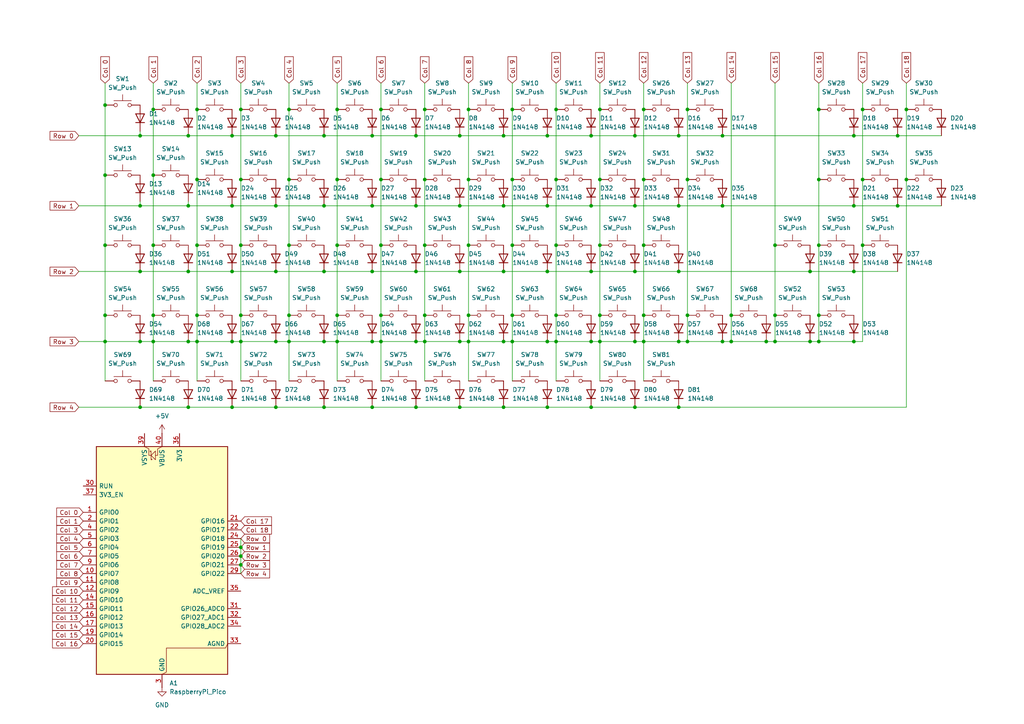
<source format=kicad_sch>
(kicad_sch (version 20250114) (generator "eeschema") (generator_version "9.0")
  (paper "A4")
  (junction (at 161.29 91.44))
  (junction (at 158.75 99.06))
  (junction (at 196.85 59.69))
  (junction (at 133.35 99.06))
  (junction (at 161.29 71.12))
  (junction (at 196.85 39.37))
  (junction (at 260.35 59.69))
  (junction (at 80.01 39.37))
  (junction (at 199.39 91.44))
  (junction (at 237.49 99.06))
  (junction (at 158.75 59.69))
  (junction (at 107.95 78.74))
  (junction (at 97.79 91.44))
  (junction (at 133.35 59.69))
  (junction (at 93.98 39.37))
  (junction (at 83.82 52.07))
  (junction (at 97.79 31.75))
  (junction (at 146.05 118.11))
  (junction (at 54.61 118.11))
  (junction (at 212.09 99.06))
  (junction (at 196.85 118.11))
  (junction (at 171.45 118.11))
  (junction (at 184.15 78.74))
  (junction (at 97.79 52.07))
  (junction (at 237.49 52.07))
  (junction (at 123.19 99.06))
  (junction (at 186.69 99.06))
  (junction (at 148.59 31.75))
  (junction (at 69.85 158.75))
  (junction (at 158.75 118.11))
  (junction (at 135.89 52.07))
  (junction (at 107.95 59.69))
  (junction (at 44.45 71.12))
  (junction (at 237.49 71.12))
  (junction (at 173.99 91.44))
  (junction (at 250.19 52.07))
  (junction (at 93.98 78.74))
  (junction (at 158.75 39.37))
  (junction (at 40.64 118.11))
  (junction (at 120.65 78.74))
  (junction (at 171.45 78.74))
  (junction (at 80.01 59.69))
  (junction (at 69.85 71.12))
  (junction (at 107.95 39.37))
  (junction (at 44.45 99.06))
  (junction (at 196.85 78.74))
  (junction (at 260.35 39.37))
  (junction (at 69.85 163.83))
  (junction (at 120.65 118.11))
  (junction (at 67.31 78.74))
  (junction (at 184.15 59.69))
  (junction (at 234.95 78.74))
  (junction (at 224.79 71.12))
  (junction (at 110.49 31.75))
  (junction (at 54.61 39.37))
  (junction (at 146.05 78.74))
  (junction (at 123.19 71.12))
  (junction (at 135.89 99.06))
  (junction (at 133.35 39.37))
  (junction (at 234.95 99.06))
  (junction (at 171.45 99.06))
  (junction (at 30.48 91.44))
  (junction (at 250.19 71.12))
  (junction (at 146.05 39.37))
  (junction (at 40.64 78.74))
  (junction (at 120.65 99.06))
  (junction (at 44.45 31.75))
  (junction (at 30.48 50.8))
  (junction (at 158.75 78.74))
  (junction (at 67.31 39.37))
  (junction (at 110.49 91.44))
  (junction (at 186.69 91.44))
  (junction (at 40.64 99.06))
  (junction (at 148.59 52.07))
  (junction (at 148.59 91.44))
  (junction (at 262.89 52.07))
  (junction (at 186.69 71.12))
  (junction (at 69.85 31.75))
  (junction (at 57.15 91.44))
  (junction (at 222.25 99.06))
  (junction (at 67.31 118.11))
  (junction (at 57.15 52.07))
  (junction (at 57.15 31.75))
  (junction (at 83.82 71.12))
  (junction (at 30.48 99.06))
  (junction (at 54.61 99.06))
  (junction (at 173.99 71.12))
  (junction (at 30.48 30.48))
  (junction (at 40.64 39.37))
  (junction (at 80.01 99.06))
  (junction (at 184.15 99.06))
  (junction (at 173.99 31.75))
  (junction (at 110.49 71.12))
  (junction (at 186.69 52.07))
  (junction (at 83.82 31.75))
  (junction (at 83.82 99.06))
  (junction (at 135.89 71.12))
  (junction (at 57.15 99.06))
  (junction (at 247.65 59.69))
  (junction (at 69.85 161.29))
  (junction (at 57.15 71.12))
  (junction (at 54.61 78.74))
  (junction (at 209.55 39.37))
  (junction (at 146.05 99.06))
  (junction (at 110.49 99.06))
  (junction (at 69.85 52.07))
  (junction (at 247.65 39.37))
  (junction (at 186.69 31.75))
  (junction (at 40.64 59.69))
  (junction (at 93.98 59.69))
  (junction (at 161.29 31.75))
  (junction (at 171.45 39.37))
  (junction (at 135.89 31.75))
  (junction (at 93.98 118.11))
  (junction (at 107.95 118.11))
  (junction (at 148.59 71.12))
  (junction (at 110.49 52.07))
  (junction (at 196.85 99.06))
  (junction (at 97.79 71.12))
  (junction (at 212.09 91.44))
  (junction (at 133.35 118.11))
  (junction (at 123.19 52.07))
  (junction (at 262.89 31.75))
  (junction (at 173.99 99.06))
  (junction (at 224.79 91.44))
  (junction (at 107.95 99.06))
  (junction (at 209.55 59.69))
  (junction (at 224.79 99.06))
  (junction (at 133.35 78.74))
  (junction (at 161.29 52.07))
  (junction (at 44.45 50.8))
  (junction (at 209.55 99.06))
  (junction (at 123.19 91.44))
  (junction (at 184.15 39.37))
  (junction (at 120.65 39.37))
  (junction (at 97.79 99.06))
  (junction (at 83.82 91.44))
  (junction (at 80.01 118.11))
  (junction (at 135.89 91.44))
  (junction (at 69.85 99.06))
  (junction (at 199.39 31.75))
  (junction (at 247.65 78.74))
  (junction (at 148.59 99.06))
  (junction (at 30.48 71.12))
  (junction (at 237.49 31.75))
  (junction (at 67.31 99.06))
  (junction (at 44.45 91.44))
  (junction (at 171.45 59.69))
  (junction (at 69.85 91.44))
  (junction (at 199.39 52.07))
  (junction (at 250.19 31.75))
  (junction (at 146.05 59.69))
  (junction (at 54.61 59.69))
  (junction (at 120.65 59.69))
  (junction (at 93.98 99.06))
  (junction (at 184.15 118.11))
  (junction (at 199.39 99.06))
  (junction (at 80.01 78.74))
  (junction (at 247.65 99.06))
  (junction (at 123.19 31.75))
  (junction (at 67.31 59.69))
  (junction (at 161.29 99.06))
  (junction (at 173.99 52.07))
  (junction (at 237.49 91.44))
  (wire (pts (xy 184.15 99.06) (xy 186.69 99.06)))
  (wire (pts (xy 44.45 24.13) (xy 44.45 31.75)))
  (wire (pts (xy 184.15 118.11) (xy 171.45 118.11)))
  (wire (pts (xy 186.69 91.44) (xy 186.69 99.06)))
  (wire (pts (xy 133.35 78.74) (xy 146.05 78.74)))
  (wire (pts (xy 93.98 39.37) (xy 107.95 39.37)))
  (wire (pts (xy 234.95 99.06) (xy 237.49 99.06)))
  (wire (pts (xy 40.64 59.69) (xy 54.61 59.69)))
  (wire (pts (xy 209.55 59.69) (xy 247.65 59.69)))
  (wire (pts (xy 69.85 31.75) (xy 69.85 52.07)))
  (wire (pts (xy 184.15 39.37) (xy 196.85 39.37)))
  (wire (pts (xy 262.89 118.11) (xy 196.85 118.11)))
  (wire (pts (xy 199.39 52.07) (xy 199.39 91.44)))
  (wire (pts (xy 135.89 31.75) (xy 135.89 52.07)))
  (wire (pts (xy 173.99 99.06) (xy 184.15 99.06)))
  (wire (pts (xy 148.59 99.06) (xy 148.59 110.49)))
  (wire (pts (xy 57.15 31.75) (xy 57.15 52.07)))
  (wire (pts (xy 57.15 91.44) (xy 57.15 99.06)))
  (wire (pts (xy 83.82 71.12) (xy 83.82 91.44)))
  (wire (pts (xy 83.82 24.13) (xy 83.82 31.75)))
  (wire (pts (xy 224.79 71.12) (xy 224.79 91.44)))
  (wire (pts (xy 40.64 99.06) (xy 44.45 99.06)))
  (wire (pts (xy 161.29 52.07) (xy 161.29 71.12)))
  (wire (pts (xy 133.35 118.11) (xy 120.65 118.11)))
  (wire (pts (xy 69.85 24.13) (xy 69.85 31.75)))
  (wire (pts (xy 83.82 99.06) (xy 93.98 99.06)))
  (wire (pts (xy 110.49 71.12) (xy 110.49 91.44)))
  (wire (pts (xy 237.49 91.44) (xy 237.49 99.06)))
  (wire (pts (xy 123.19 71.12) (xy 123.19 91.44)))
  (wire (pts (xy 161.29 71.12) (xy 161.29 91.44)))
  (wire (pts (xy 123.19 52.07) (xy 123.19 71.12)))
  (wire (pts (xy 54.61 99.06) (xy 57.15 99.06)))
  (wire (pts (xy 199.39 31.75) (xy 199.39 52.07)))
  (wire (pts (xy 30.48 99.06) (xy 40.64 99.06)))
  (wire (pts (xy 80.01 118.11) (xy 67.31 118.11)))
  (wire (pts (xy 107.95 59.69) (xy 120.65 59.69)))
  (wire (pts (xy 146.05 78.74) (xy 158.75 78.74)))
  (wire (pts (xy 22.86 78.74) (xy 40.64 78.74)))
  (wire (pts (xy 222.25 99.06) (xy 224.79 99.06)))
  (wire (pts (xy 173.99 31.75) (xy 173.99 52.07)))
  (wire (pts (xy 57.15 99.06) (xy 67.31 99.06)))
  (wire (pts (xy 148.59 91.44) (xy 148.59 99.06)))
  (wire (pts (xy 69.85 99.06) (xy 80.01 99.06)))
  (wire (pts (xy 186.69 52.07) (xy 186.69 71.12)))
  (wire (pts (xy 54.61 118.11) (xy 40.64 118.11)))
  (wire (pts (xy 161.29 99.06) (xy 161.29 110.49)))
  (wire (pts (xy 250.19 24.13) (xy 250.19 31.75)))
  (wire (pts (xy 30.48 50.8) (xy 30.48 71.12)))
  (wire (pts (xy 260.35 39.37) (xy 273.05 39.37)))
  (wire (pts (xy 196.85 78.74) (xy 234.95 78.74)))
  (wire (pts (xy 93.98 59.69) (xy 107.95 59.69)))
  (wire (pts (xy 120.65 78.74) (xy 133.35 78.74)))
  (wire (pts (xy 40.64 118.11) (xy 22.86 118.11)))
  (wire (pts (xy 93.98 78.74) (xy 107.95 78.74)))
  (wire (pts (xy 148.59 99.06) (xy 158.75 99.06)))
  (wire (pts (xy 209.55 99.06) (xy 212.09 99.06)))
  (wire (pts (xy 262.89 24.13) (xy 262.89 31.75)))
  (wire (pts (xy 107.95 78.74) (xy 120.65 78.74)))
  (wire (pts (xy 224.79 91.44) (xy 224.79 99.06)))
  (wire (pts (xy 262.89 31.75) (xy 262.89 52.07)))
  (wire (pts (xy 97.79 99.06) (xy 107.95 99.06)))
  (wire (pts (xy 120.65 118.11) (xy 107.95 118.11)))
  (wire (pts (xy 199.39 99.06) (xy 209.55 99.06)))
  (wire (pts (xy 212.09 99.06) (xy 222.25 99.06)))
  (wire (pts (xy 237.49 99.06) (xy 247.65 99.06)))
  (wire (pts (xy 247.65 78.74) (xy 260.35 78.74)))
  (wire (pts (xy 171.45 99.06) (xy 173.99 99.06)))
  (wire (pts (xy 67.31 59.69) (xy 80.01 59.69)))
  (wire (pts (xy 97.79 52.07) (xy 97.79 71.12)))
  (wire (pts (xy 30.48 71.12) (xy 30.48 91.44)))
  (wire (pts (xy 80.01 78.74) (xy 93.98 78.74)))
  (wire (pts (xy 171.45 39.37) (xy 184.15 39.37)))
  (wire (pts (xy 54.61 39.37) (xy 67.31 39.37)))
  (wire (pts (xy 234.95 78.74) (xy 247.65 78.74)))
  (wire (pts (xy 30.48 91.44) (xy 30.48 99.06)))
  (wire (pts (xy 30.48 24.13) (xy 30.48 30.48)))
  (wire (pts (xy 83.82 99.06) (xy 83.82 110.49)))
  (wire (pts (xy 22.86 59.69) (xy 40.64 59.69)))
  (wire (pts (xy 40.64 58.42) (xy 40.64 59.69)))
  (wire (pts (xy 237.49 52.07) (xy 237.49 71.12)))
  (wire (pts (xy 146.05 59.69) (xy 158.75 59.69)))
  (wire (pts (xy 97.79 24.13) (xy 97.79 31.75)))
  (wire (pts (xy 133.35 59.69) (xy 146.05 59.69)))
  (wire (pts (xy 120.65 59.69) (xy 133.35 59.69)))
  (wire (pts (xy 196.85 99.06) (xy 199.39 99.06)))
  (wire (pts (xy 67.31 39.37) (xy 80.01 39.37)))
  (wire (pts (xy 161.29 24.13) (xy 161.29 31.75)))
  (wire (pts (xy 173.99 99.06) (xy 173.99 110.49)))
  (wire (pts (xy 83.82 52.07) (xy 83.82 71.12)))
  (wire (pts (xy 158.75 39.37) (xy 171.45 39.37)))
  (wire (pts (xy 199.39 91.44) (xy 199.39 99.06)))
  (wire (pts (xy 146.05 118.11) (xy 133.35 118.11)))
  (wire (pts (xy 158.75 99.06) (xy 161.29 99.06)))
  (wire (pts (xy 40.64 39.37) (xy 54.61 39.37)))
  (wire (pts (xy 67.31 78.74) (xy 80.01 78.74)))
  (wire (pts (xy 171.45 118.11) (xy 158.75 118.11)))
  (wire (pts (xy 196.85 118.11) (xy 184.15 118.11)))
  (wire (pts (xy 69.85 52.07) (xy 69.85 71.12)))
  (wire (pts (xy 209.55 39.37) (xy 247.65 39.37)))
  (wire (pts (xy 120.65 39.37) (xy 133.35 39.37)))
  (wire (pts (xy 69.85 99.06) (xy 69.85 110.49)))
  (wire (pts (xy 186.69 24.13) (xy 186.69 31.75)))
  (wire (pts (xy 148.59 24.13) (xy 148.59 31.75)))
  (wire (pts (xy 54.61 59.69) (xy 67.31 59.69)))
  (wire (pts (xy 67.31 118.11) (xy 54.61 118.11)))
  (wire (pts (xy 110.49 52.07) (xy 110.49 71.12)))
  (wire (pts (xy 173.99 24.13) (xy 173.99 31.75)))
  (wire (pts (xy 247.65 99.06) (xy 250.19 99.06)))
  (wire (pts (xy 133.35 39.37) (xy 146.05 39.37)))
  (wire (pts (xy 173.99 71.12) (xy 173.99 91.44)))
  (wire (pts (xy 67.31 99.06) (xy 69.85 99.06)))
  (wire (pts (xy 69.85 156.21) (xy 69.85 158.75)))
  (wire (pts (xy 44.45 31.75) (xy 44.45 50.8)))
  (wire (pts (xy 44.45 99.06) (xy 54.61 99.06)))
  (wire (pts (xy 97.79 31.75) (xy 97.79 52.07)))
  (wire (pts (xy 135.89 52.07) (xy 135.89 71.12)))
  (wire (pts (xy 93.98 99.06) (xy 97.79 99.06)))
  (wire (pts (xy 22.86 39.37) (xy 40.64 39.37)))
  (wire (pts (xy 161.29 99.06) (xy 171.45 99.06)))
  (wire (pts (xy 186.69 31.75) (xy 186.69 52.07)))
  (wire (pts (xy 97.79 91.44) (xy 97.79 99.06)))
  (wire (pts (xy 250.19 31.75) (xy 250.19 52.07)))
  (wire (pts (xy 224.79 99.06) (xy 234.95 99.06)))
  (wire (pts (xy 110.49 31.75) (xy 110.49 52.07)))
  (wire (pts (xy 97.79 71.12) (xy 97.79 91.44)))
  (wire (pts (xy 83.82 91.44) (xy 83.82 99.06)))
  (wire (pts (xy 146.05 99.06) (xy 148.59 99.06)))
  (wire (pts (xy 224.79 24.13) (xy 224.79 71.12)))
  (wire (pts (xy 123.19 31.75) (xy 123.19 52.07)))
  (wire (pts (xy 107.95 39.37) (xy 120.65 39.37)))
  (wire (pts (xy 186.69 99.06) (xy 196.85 99.06)))
  (wire (pts (xy 69.85 161.29) (xy 69.85 163.83)))
  (wire (pts (xy 44.45 91.44) (xy 44.45 99.06)))
  (wire (pts (xy 54.61 58.42) (xy 54.61 59.69)))
  (wire (pts (xy 44.45 99.06) (xy 44.45 110.49)))
  (wire (pts (xy 260.35 59.69) (xy 273.05 59.69)))
  (wire (pts (xy 146.05 39.37) (xy 158.75 39.37)))
  (wire (pts (xy 247.65 59.69) (xy 260.35 59.69)))
  (wire (pts (xy 107.95 118.11) (xy 93.98 118.11)))
  (wire (pts (xy 186.69 99.06) (xy 186.69 110.49)))
  (wire (pts (xy 80.01 59.69) (xy 93.98 59.69)))
  (wire (pts (xy 250.19 52.07) (xy 250.19 71.12)))
  (wire (pts (xy 80.01 99.06) (xy 83.82 99.06)))
  (wire (pts (xy 135.89 91.44) (xy 135.89 99.06)))
  (wire (pts (xy 40.64 78.74) (xy 54.61 78.74)))
  (wire (pts (xy 69.85 158.75) (xy 69.85 161.29)))
  (wire (pts (xy 247.65 39.37) (xy 260.35 39.37)))
  (wire (pts (xy 148.59 31.75) (xy 148.59 52.07)))
  (wire (pts (xy 54.61 78.74) (xy 67.31 78.74)))
  (wire (pts (xy 237.49 24.13) (xy 237.49 31.75)))
  (wire (pts (xy 184.15 78.74) (xy 196.85 78.74)))
  (wire (pts (xy 158.75 118.11) (xy 146.05 118.11)))
  (wire (pts (xy 173.99 52.07) (xy 173.99 71.12)))
  (wire (pts (xy 30.48 30.48) (xy 30.48 50.8)))
  (wire (pts (xy 135.89 71.12) (xy 135.89 91.44)))
  (wire (pts (xy 22.86 99.06) (xy 30.48 99.06)))
  (wire (pts (xy 123.19 91.44) (xy 123.19 99.06)))
  (wire (pts (xy 44.45 50.8) (xy 44.45 71.12)))
  (wire (pts (xy 120.65 99.06) (xy 123.19 99.06)))
  (wire (pts (xy 80.01 39.37) (xy 93.98 39.37)))
  (wire (pts (xy 133.35 99.06) (xy 135.89 99.06)))
  (wire (pts (xy 148.59 71.12) (xy 148.59 91.44)))
  (wire (pts (xy 57.15 52.07) (xy 57.15 71.12)))
  (wire (pts (xy 69.85 91.44) (xy 69.85 99.06)))
  (wire (pts (xy 250.19 71.12) (xy 250.19 99.06)))
  (wire (pts (xy 57.15 71.12) (xy 57.15 91.44)))
  (wire (pts (xy 262.89 52.07) (xy 262.89 118.11)))
  (wire (pts (xy 237.49 71.12) (xy 237.49 91.44)))
  (wire (pts (xy 107.95 99.06) (xy 110.49 99.06)))
  (wire (pts (xy 158.75 78.74) (xy 171.45 78.74)))
  (wire (pts (xy 173.99 91.44) (xy 173.99 99.06)))
  (wire (pts (xy 237.49 31.75) (xy 237.49 52.07)))
  (wire (pts (xy 161.29 31.75) (xy 161.29 52.07)))
  (wire (pts (xy 184.15 59.69) (xy 196.85 59.69)))
  (wire (pts (xy 161.29 91.44) (xy 161.29 99.06)))
  (wire (pts (xy 135.89 99.06) (xy 146.05 99.06)))
  (wire (pts (xy 186.69 71.12) (xy 186.69 91.44)))
  (wire (pts (xy 69.85 163.83) (xy 69.85 166.37)))
  (wire (pts (xy 110.49 91.44) (xy 110.49 99.06)))
  (wire (pts (xy 196.85 59.69) (xy 209.55 59.69)))
  (wire (pts (xy 97.79 99.06) (xy 97.79 110.49)))
  (wire (pts (xy 93.98 118.11) (xy 80.01 118.11)))
  (wire (pts (xy 158.75 59.69) (xy 171.45 59.69)))
  (wire (pts (xy 110.49 24.13) (xy 110.49 31.75)))
  (wire (pts (xy 83.82 31.75) (xy 83.82 52.07)))
  (wire (pts (xy 123.19 99.06) (xy 133.35 99.06)))
  (wire (pts (xy 123.19 24.13) (xy 123.19 31.75)))
  (wire (pts (xy 110.49 99.06) (xy 120.65 99.06)))
  (wire (pts (xy 30.48 99.06) (xy 30.48 110.49)))
  (wire (pts (xy 196.85 39.37) (xy 209.55 39.37)))
  (wire (pts (xy 135.89 24.13) (xy 135.89 31.75)))
  (wire (pts (xy 199.39 24.13) (xy 199.39 31.75)))
  (wire (pts (xy 69.85 71.12) (xy 69.85 91.44)))
  (wire (pts (xy 123.19 99.06) (xy 123.19 110.49)))
  (wire (pts (xy 148.59 52.07) (xy 148.59 71.12)))
  (wire (pts (xy 135.89 99.06) (xy 135.89 110.49)))
  (wire (pts (xy 110.49 99.06) (xy 110.49 110.49)))
  (wire (pts (xy 57.15 99.06) (xy 57.15 110.49)))
  (wire (pts (xy 171.45 59.69) (xy 184.15 59.69)))
  (wire (pts (xy 57.15 24.13) (xy 57.15 31.75)))
  (wire (pts (xy 212.09 91.44) (xy 212.09 99.06)))
  (wire (pts (xy 44.45 71.12) (xy 44.45 91.44)))
  (wire (pts (xy 40.64 38.1) (xy 40.64 39.37)))
  (wire (pts (xy 171.45 78.74) (xy 184.15 78.74)))
  (wire (pts (xy 212.09 24.13) (xy 212.09 91.44)))
  (global_label "Col 18" (shape input) (at 262.89 24.13 90) (property "Intersheetrefs" "${INTERSHEET_REFS}" (effects (hide yes))))
  (global_label "Col 16" (shape input) (at 24.13 186.69 180) (property "Intersheetrefs" "${INTERSHEET_REFS}" (effects (hide yes))))
  (global_label "Row 3" (shape input) (at 69.85 163.83 0) (property "Intersheetrefs" "${INTERSHEET_REFS}" (effects (hide yes))))
  (global_label "Col 8" (shape input) (at 24.13 166.37 180) (property "Intersheetrefs" "${INTERSHEET_REFS}" (effects (hide yes))))
  (global_label "Row 3" (shape input) (at 22.86 99.06 180) (property "Intersheetrefs" "${INTERSHEET_REFS}" (effects (hide yes))))
  (global_label "Col 13" (shape input) (at 199.39 24.13 90) (property "Intersheetrefs" "${INTERSHEET_REFS}" (effects (hide yes))))
  (global_label "Col 18" (shape input) (at 69.85 153.67 0) (property "Intersheetrefs" "${INTERSHEET_REFS}" (effects (hide yes))))
  (global_label "Col 14" (shape input) (at 24.13 181.61 180) (property "Intersheetrefs" "${INTERSHEET_REFS}" (effects (hide yes))))
  (global_label "Row 2" (shape input) (at 69.85 161.29 0) (property "Intersheetrefs" "${INTERSHEET_REFS}" (effects (hide yes))))
  (global_label "Col 1" (shape input) (at 44.45 24.13 90) (property "Intersheetrefs" "${INTERSHEET_REFS}" (effects (hide yes))))
  (global_label "Col 8" (shape input) (at 135.89 24.13 90) (property "Intersheetrefs" "${INTERSHEET_REFS}" (effects (hide yes))))
  (global_label "Col 10" (shape input) (at 24.13 171.45 180) (property "Intersheetrefs" "${INTERSHEET_REFS}" (effects (hide yes))))
  (global_label "Col 5" (shape input) (at 97.79 24.13 90) (property "Intersheetrefs" "${INTERSHEET_REFS}" (effects (hide yes))))
  (global_label "Col 4" (shape input) (at 83.82 24.13 90) (property "Intersheetrefs" "${INTERSHEET_REFS}" (effects (hide yes))))
  (global_label "Row 0" (shape input) (at 22.86 39.37 180) (property "Intersheetrefs" "${INTERSHEET_REFS}" (effects (hide yes))))
  (global_label "Col 4" (shape input) (at 24.13 156.21 180) (property "Intersheetrefs" "${INTERSHEET_REFS}" (effects (hide yes))))
  (global_label "Row 4" (shape input) (at 22.86 118.11 180) (property "Intersheetrefs" "${INTERSHEET_REFS}" (effects (hide yes))))
  (global_label "Col 9" (shape input) (at 148.59 24.13 90) (property "Intersheetrefs" "${INTERSHEET_REFS}" (effects (hide yes))))
  (global_label "Col 3" (shape input) (at 24.13 153.67 180) (property "Intersheetrefs" "${INTERSHEET_REFS}" (effects (hide yes))))
  (global_label "Col 6" (shape input) (at 24.13 161.29 180) (property "Intersheetrefs" "${INTERSHEET_REFS}" (effects (hide yes))))
  (global_label "Col 5" (shape input) (at 24.13 158.75 180) (property "Intersheetrefs" "${INTERSHEET_REFS}" (effects (hide yes))))
  (global_label "Col 11" (shape input) (at 173.99 24.13 90) (property "Intersheetrefs" "${INTERSHEET_REFS}" (effects (hide yes))))
  (global_label "Col 7" (shape input) (at 24.13 163.83 180) (property "Intersheetrefs" "${INTERSHEET_REFS}" (effects (hide yes))))
  (global_label "Col 0" (shape input) (at 24.13 148.59 180) (property "Intersheetrefs" "${INTERSHEET_REFS}" (effects (hide yes))))
  (global_label "Col 6" (shape input) (at 110.49 24.13 90) (property "Intersheetrefs" "${INTERSHEET_REFS}" (effects (hide yes))))
  (global_label "Col 0" (shape input) (at 30.48 24.13 90) (property "Intersheetrefs" "${INTERSHEET_REFS}" (effects (hide yes))))
  (global_label "Col 2" (shape input) (at 57.15 24.13 90) (property "Intersheetrefs" "${INTERSHEET_REFS}" (effects (hide yes))))
  (global_label "Col 12" (shape input) (at 186.69 24.13 90) (property "Intersheetrefs" "${INTERSHEET_REFS}" (effects (hide yes))))
  (global_label "Col 11" (shape input) (at 24.13 173.99 180) (property "Intersheetrefs" "${INTERSHEET_REFS}" (effects (hide yes))))
  (global_label "Col 14" (shape input) (at 212.09 24.13 90) (property "Intersheetrefs" "${INTERSHEET_REFS}" (effects (hide yes))))
  (global_label "Col 15" (shape input) (at 24.13 184.15 180) (property "Intersheetrefs" "${INTERSHEET_REFS}" (effects (hide yes))))
  (global_label "Row 2" (shape input) (at 22.86 78.74 180) (property "Intersheetrefs" "${INTERSHEET_REFS}" (effects (hide yes))))
  (global_label "Row 0" (shape input) (at 69.85 156.21 0) (property "Intersheetrefs" "${INTERSHEET_REFS}" (effects (hide yes))))
  (global_label "Row 1" (shape input) (at 69.85 158.75 0) (property "Intersheetrefs" "${INTERSHEET_REFS}" (effects (hide yes))))
  (global_label "Col 7" (shape input) (at 123.19 24.13 90) (property "Intersheetrefs" "${INTERSHEET_REFS}" (effects (hide yes))))
  (global_label "Col 3" (shape input) (at 69.85 24.13 90) (property "Intersheetrefs" "${INTERSHEET_REFS}" (effects (hide yes))))
  (global_label "Col 16" (shape input) (at 237.49 24.13 90) (property "Intersheetrefs" "${INTERSHEET_REFS}" (effects (hide yes))))
  (global_label "Row 1" (shape input) (at 22.86 59.69 180) (property "Intersheetrefs" "${INTERSHEET_REFS}" (effects (hide yes))))
  (global_label "Col 10" (shape input) (at 161.29 24.13 90) (property "Intersheetrefs" "${INTERSHEET_REFS}" (effects (hide yes))))
  (global_label "Col 9" (shape input) (at 24.13 168.91 180) (property "Intersheetrefs" "${INTERSHEET_REFS}" (effects (hide yes))))
  (global_label "Col 17" (shape input) (at 69.85 151.13 0) (property "Intersheetrefs" "${INTERSHEET_REFS}" (effects (hide yes))))
  (global_label "Col 13" (shape input) (at 24.13 179.07 180) (property "Intersheetrefs" "${INTERSHEET_REFS}" (effects (hide yes))))
  (global_label "Col 12" (shape input) (at 24.13 176.53 180) (property "Intersheetrefs" "${INTERSHEET_REFS}" (effects (hide yes))))
  (global_label "Row 4" (shape input) (at 69.85 166.37 0) (property "Intersheetrefs" "${INTERSHEET_REFS}" (effects (hide yes))))
  (global_label "Col 17" (shape input) (at 250.19 24.13 90) (property "Intersheetrefs" "${INTERSHEET_REFS}" (effects (hide yes))))
  (global_label "Col 15" (shape input) (at 224.79 24.13 90) (property "Intersheetrefs" "${INTERSHEET_REFS}" (effects (hide yes))))
  (global_label "Col 1" (shape input) (at 24.13 151.13 180) (property "Intersheetrefs" "${INTERSHEET_REFS}" (effects (hide yes))))
  (symbol (lib_id "Switch:SW_Push") (at 115.57 52.07 0) (unit 1)
    (property "Reference" "SW19" (at 115.57 44.45 0))
    (property "Value" "SW_Push" (at 115.57 46.99 0))
    (property "Footprint" "Button_Switch_Keyboard:SW_Cherry_MX_1.00u_PCB" (effects (hide yes)))
    (property "Description" "Push button switch, generic, two pins" (effects (hide yes)))
  )
  (symbol (lib_id "Switch:SW_Push") (at 102.87 110.49 0) (unit 1)
    (property "Reference" "SW74" (at 102.87 102.87 0))
    (property "Value" "SW_Push" (at 102.87 105.41 0))
    (property "Footprint" "Button_Switch_Keyboard:SW_Cherry_MX_1.00u_PCB" (effects (hide yes)))
    (property "Description" "Push button switch, generic, two pins" (effects (hide yes)))
  )
  (symbol (lib_id "Diode:1N4148") (at 93.98 74.93 90) (unit 1)
    (property "Reference" "D48" (at 96.52 73.6599 90) (effects (justify right)))
    (property "Value" "1N4148" (at 96.52 76.1999 90) (effects (justify right)))
    (property "Footprint" "Diode_THT:D_DO-35_SOD27_P7.62mm_Horizontal" (effects (hide yes)))
    (property "Datasheet" "https://assets.nexperia.com/documents/data-sheet/1N4148_1N4448.pdf" (effects (hide yes)))
    (property "Description" "100V 0.15A standard switching diode, DO-35" (effects (hide yes)))
    (property "Sim.Device" "D" (effects (hide yes)))
    (property "Sim.Pins" "1=K 2=A" (effects (hide yes)))
  )
  (symbol (lib_id "Switch:SW_Push") (at 229.87 91.44 0) (unit 1)
    (property "Reference" "SW52" (at 229.87 83.82 0))
    (property "Value" "SW_Push" (at 229.87 86.36 0))
    (property "Footprint" "Button_Switch_Keyboard:SW_Cherry_MX_1.00u_PCB" (effects (hide yes)))
    (property "Description" "Push button switch, generic, two pins" (effects (hide yes)))
  )
  (symbol (lib_id "Switch:SW_Push") (at 140.97 52.07 0) (unit 1)
    (property "Reference" "SW21" (at 140.97 44.45 0))
    (property "Value" "SW_Push" (at 140.97 46.99 0))
    (property "Footprint" "Button_Switch_Keyboard:SW_Cherry_MX_1.00u_PCB" (effects (hide yes)))
    (property "Description" "Push button switch, generic, two pins" (effects (hide yes)))
  )
  (symbol (lib_id "Diode:1N4148") (at 158.75 74.93 90) (unit 1)
    (property "Reference" "D43" (at 161.29 73.6599 90) (effects (justify right)))
    (property "Value" "1N4148" (at 161.29 76.1999 90) (effects (justify right)))
    (property "Footprint" "Diode_THT:D_DO-35_SOD27_P7.62mm_Horizontal" (effects (hide yes)))
    (property "Datasheet" "https://assets.nexperia.com/documents/data-sheet/1N4148_1N4448.pdf" (effects (hide yes)))
    (property "Description" "100V 0.15A standard switching diode, DO-35" (effects (hide yes)))
    (property "Sim.Device" "D" (effects (hide yes)))
    (property "Sim.Pins" "1=K 2=A" (effects (hide yes)))
  )
  (symbol (lib_id "Diode:1N4148") (at 171.45 55.88 90) (unit 1)
    (property "Reference" "D32" (at 173.99 54.6099 90) (effects (justify right)))
    (property "Value" "1N4148" (at 173.99 57.1499 90) (effects (justify right)))
    (property "Footprint" "Diode_THT:D_DO-35_SOD27_P7.62mm_Horizontal" (effects (hide yes)))
    (property "Datasheet" "https://assets.nexperia.com/documents/data-sheet/1N4148_1N4448.pdf" (effects (hide yes)))
    (property "Description" "100V 0.15A standard switching diode, DO-35" (effects (hide yes)))
    (property "Sim.Device" "D" (effects (hide yes)))
    (property "Sim.Pins" "1=K 2=A" (effects (hide yes)))
  )
  (symbol (lib_id "Switch:SW_Push") (at 128.27 110.49 0) (unit 1)
    (property "Reference" "SW76" (at 128.27 102.87 0))
    (property "Value" "SW_Push" (at 128.27 105.41 0))
    (property "Footprint" "Button_Switch_Keyboard:SW_Cherry_MX_1.00u_PCB" (effects (hide yes)))
    (property "Description" "Push button switch, generic, two pins" (effects (hide yes)))
  )
  (symbol (lib_id "Diode:1N4148") (at 93.98 55.88 90) (unit 1)
    (property "Reference" "D26" (at 96.52 54.6099 90) (effects (justify right)))
    (property "Value" "1N4148" (at 96.52 57.1499 90) (effects (justify right)))
    (property "Footprint" "Diode_THT:D_DO-35_SOD27_P7.62mm_Horizontal" (effects (hide yes)))
    (property "Datasheet" "https://assets.nexperia.com/documents/data-sheet/1N4148_1N4448.pdf" (effects (hide yes)))
    (property "Description" "100V 0.15A standard switching diode, DO-35" (effects (hide yes)))
    (property "Sim.Device" "D" (effects (hide yes)))
    (property "Sim.Pins" "1=K 2=A" (effects (hide yes)))
  )
  (symbol (lib_id "Switch:SW_Push") (at 166.37 71.12 0) (unit 1)
    (property "Reference" "SW46" (at 166.37 63.5 0))
    (property "Value" "SW_Push" (at 166.37 66.04 0))
    (property "Footprint" "Button_Switch_Keyboard:SW_Cherry_MX_1.00u_PCB" (effects (hide yes)))
    (property "Description" "Push button switch, generic, two pins" (effects (hide yes)))
  )
  (symbol (lib_id "Switch:SW_Push") (at 115.57 31.75 0) (unit 1)
    (property "Reference" "SW7" (at 115.57 24.13 0))
    (property "Value" "SW_Push" (at 115.57 26.67 0))
    (property "Footprint" "Button_Switch_Keyboard:SW_Cherry_MX_1.00u_PCB" (effects (hide yes)))
    (property "Description" "Push button switch, generic, two pins" (effects (hide yes)))
  )
  (symbol (lib_id "Switch:SW_Push") (at 49.53 91.44 0) (unit 1)
    (property "Reference" "SW55" (at 49.53 83.82 0))
    (property "Value" "SW_Push" (at 49.53 86.36 0))
    (property "Footprint" "Button_Switch_Keyboard:SW_Cherry_MX_1.00u_PCB" (effects (hide yes)))
    (property "Description" "Push button switch, generic, two pins" (effects (hide yes)))
  )
  (symbol (lib_id "Diode:1N4148") (at 196.85 35.56 90) (unit 1)
    (property "Reference" "D16" (at 199.39 34.2899 90) (effects (justify right)))
    (property "Value" "1N4148" (at 199.39 36.8299 90) (effects (justify right)))
    (property "Footprint" "Diode_THT:D_DO-35_SOD27_P7.62mm_Horizontal" (effects (hide yes)))
    (property "Datasheet" "https://assets.nexperia.com/documents/data-sheet/1N4148_1N4448.pdf" (effects (hide yes)))
    (property "Description" "100V 0.15A standard switching diode, DO-35" (effects (hide yes)))
    (property "Sim.Device" "D" (effects (hide yes)))
    (property "Sim.Pins" "1=K 2=A" (effects (hide yes)))
  )
  (symbol (lib_id "Diode:1N4148") (at 120.65 35.56 90) (unit 1)
    (property "Reference" "D7" (at 123.19 34.2899 90) (effects (justify right)))
    (property "Value" "1N4148" (at 123.19 36.8299 90) (effects (justify right)))
    (property "Footprint" "Diode_THT:D_DO-35_SOD27_P7.62mm_Horizontal" (effects (hide yes)))
    (property "Datasheet" "https://assets.nexperia.com/documents/data-sheet/1N4148_1N4448.pdf" (effects (hide yes)))
    (property "Description" "100V 0.15A standard switching diode, DO-35" (effects (hide yes)))
    (property "Sim.Device" "D" (effects (hide yes)))
    (property "Sim.Pins" "1=K 2=A" (effects (hide yes)))
  )
  (symbol (lib_id "Diode:1N4148") (at 107.95 55.88 90) (unit 1)
    (property "Reference" "D27" (at 110.49 54.6099 90) (effects (justify right)))
    (property "Value" "1N4148" (at 110.49 57.1499 90) (effects (justify right)))
    (property "Footprint" "Diode_THT:D_DO-35_SOD27_P7.62mm_Horizontal" (effects (hide yes)))
    (property "Datasheet" "https://assets.nexperia.com/documents/data-sheet/1N4148_1N4448.pdf" (effects (hide yes)))
    (property "Description" "100V 0.15A standard switching diode, DO-35" (effects (hide yes)))
    (property "Sim.Device" "D" (effects (hide yes)))
    (property "Sim.Pins" "1=K 2=A" (effects (hide yes)))
  )
  (symbol (lib_id "Switch:SW_Push") (at 255.27 71.12 0) (unit 1)
    (property "Reference" "SW51" (at 255.27 63.5 0))
    (property "Value" "SW_Push" (at 255.27 66.04 0))
    (property "Footprint" "Button_Switch_Keyboard:SW_Cherry_MX_1.00u_PCB" (effects (hide yes)))
    (property "Description" "Push button switch, generic, two pins" (effects (hide yes)))
  )
  (symbol (lib_id "Switch:SW_Push") (at 153.67 91.44 0) (unit 1)
    (property "Reference" "SW63" (at 153.67 83.82 0))
    (property "Value" "SW_Push" (at 153.67 86.36 0))
    (property "Footprint" "Button_Switch_Keyboard:SW_Cherry_MX_1.00u_PCB" (effects (hide yes)))
    (property "Description" "Push button switch, generic, two pins" (effects (hide yes)))
  )
  (symbol (lib_id "Switch:SW_Push") (at 74.93 31.75 0) (unit 1)
    (property "Reference" "SW4" (at 74.93 24.13 0))
    (property "Value" "SW_Push" (at 74.93 26.67 0))
    (property "Footprint" "Button_Switch_Keyboard:SW_Cherry_MX_1.00u_PCB" (effects (hide yes)))
    (property "Description" "Push button switch, generic, two pins" (effects (hide yes)))
  )
  (symbol (lib_id "Switch:SW_Push") (at 140.97 110.49 0) (unit 1)
    (property "Reference" "SW77" (at 140.97 102.87 0))
    (property "Value" "SW_Push" (at 140.97 105.41 0))
    (property "Footprint" "Button_Switch_Keyboard:SW_Cherry_MX_1.00u_PCB" (effects (hide yes)))
    (property "Description" "Push button switch, generic, two pins" (effects (hide yes)))
  )
  (symbol (lib_id "Switch:SW_Push") (at 49.53 31.75 0) (unit 1)
    (property "Reference" "SW2" (at 49.53 24.13 0))
    (property "Value" "SW_Push" (at 49.53 26.67 0))
    (property "Footprint" "Button_Switch_Keyboard:SW_Cherry_MX_1.00u_PCB" (effects (hide yes)))
    (property "Description" "Push button switch, generic, two pins" (effects (hide yes)))
  )
  (symbol (lib_id "Switch:SW_Push") (at 179.07 91.44 0) (unit 1)
    (property "Reference" "SW65" (at 179.07 83.82 0))
    (property "Value" "SW_Push" (at 179.07 86.36 0))
    (property "Footprint" "Button_Switch_Keyboard:SW_Cherry_MX_1.00u_PCB" (effects (hide yes)))
    (property "Description" "Push button switch, generic, two pins" (effects (hide yes)))
  )
  (symbol (lib_id "Diode:1N4148") (at 260.35 35.56 90) (unit 1)
    (property "Reference" "D19" (at 262.89 34.2899 90) (effects (justify right)))
    (property "Value" "1N4148" (at 262.89 36.8299 90) (effects (justify right)))
    (property "Footprint" "Diode_THT:D_DO-35_SOD27_P7.62mm_Horizontal" (effects (hide yes)))
    (property "Datasheet" "https://assets.nexperia.com/documents/data-sheet/1N4148_1N4448.pdf" (effects (hide yes)))
    (property "Description" "100V 0.15A standard switching diode, DO-35" (effects (hide yes)))
    (property "Sim.Device" "D" (effects (hide yes)))
    (property "Sim.Pins" "1=K 2=A" (effects (hide yes)))
  )
  (symbol (lib_id "Diode:1N4148") (at 107.95 35.56 90) (unit 1)
    (property "Reference" "D6" (at 110.49 34.2899 90) (effects (justify right)))
    (property "Value" "1N4148" (at 110.49 36.8299 90) (effects (justify right)))
    (property "Footprint" "Diode_THT:D_DO-35_SOD27_P7.62mm_Horizontal" (effects (hide yes)))
    (property "Datasheet" "https://assets.nexperia.com/documents/data-sheet/1N4148_1N4448.pdf" (effects (hide yes)))
    (property "Description" "100V 0.15A standard switching diode, DO-35" (effects (hide yes)))
    (property "Sim.Device" "D" (effects (hide yes)))
    (property "Sim.Pins" "1=K 2=A" (effects (hide yes)))
  )
  (symbol (lib_id "Diode:1N4148") (at 93.98 35.56 90) (unit 1)
    (property "Reference" "D5" (at 96.52 34.2899 90) (effects (justify right)))
    (property "Value" "1N4148" (at 96.52 36.8299 90) (effects (justify right)))
    (property "Footprint" "Diode_THT:D_DO-35_SOD27_P7.62mm_Horizontal" (effects (hide yes)))
    (property "Datasheet" "https://assets.nexperia.com/documents/data-sheet/1N4148_1N4448.pdf" (effects (hide yes)))
    (property "Description" "100V 0.15A standard switching diode, DO-35" (effects (hide yes)))
    (property "Sim.Device" "D" (effects (hide yes)))
    (property "Sim.Pins" "1=K 2=A" (effects (hide yes)))
  )
  (symbol (lib_id "Diode:1N4148") (at 107.95 74.93 90) (unit 1)
    (property "Reference" "D47" (at 110.49 73.6599 90) (effects (justify right)))
    (property "Value" "1N4148" (at 110.49 76.1999 90) (effects (justify right)))
    (property "Footprint" "Diode_THT:D_DO-35_SOD27_P7.62mm_Horizontal" (effects (hide yes)))
    (property "Datasheet" "https://assets.nexperia.com/documents/data-sheet/1N4148_1N4448.pdf" (effects (hide yes)))
    (property "Description" "100V 0.15A standard switching diode, DO-35" (effects (hide yes)))
    (property "Sim.Device" "D" (effects (hide yes)))
    (property "Sim.Pins" "1=K 2=A" (effects (hide yes)))
  )
  (symbol (lib_id "Switch:SW_Push") (at 35.56 91.44 0) (unit 1)
    (property "Reference" "SW54" (at 35.56 83.82 0))
    (property "Value" "SW_Push" (at 35.56 86.36 0))
    (property "Footprint" "Button_Switch_Keyboard:SW_Cherry_MX_1.00u_PCB" (effects (hide yes)))
    (property "Description" "Push button switch, generic, two pins" (effects (hide yes)))
  )
  (symbol (lib_id "Switch:SW_Push") (at 242.57 31.75 0) (unit 1)
    (property "Reference" "SW28" (at 242.57 24.13 0))
    (property "Value" "SW_Push" (at 242.57 26.67 0))
    (property "Footprint" "Button_Switch_Keyboard:SW_Cherry_MX_1.00u_PCB" (effects (hide yes)))
    (property "Description" "Push button switch, generic, two pins" (effects (hide yes)))
  )
  (symbol (lib_id "Switch:SW_Push") (at 191.77 31.75 0) (unit 1)
    (property "Reference" "SW26" (at 191.77 24.13 0))
    (property "Value" "SW_Push" (at 191.77 26.67 0))
    (property "Footprint" "Button_Switch_Keyboard:SW_Cherry_MX_1.00u_PCB" (effects (hide yes)))
    (property "Description" "Push button switch, generic, two pins" (effects (hide yes)))
  )
  (symbol (lib_id "Diode:1N4148") (at 171.45 74.93 90) (unit 1)
    (property "Reference" "D42" (at 173.99 73.6599 90) (effects (justify right)))
    (property "Value" "1N4148" (at 173.99 76.1999 90) (effects (justify right)))
    (property "Footprint" "Diode_THT:D_DO-35_SOD27_P7.62mm_Horizontal" (effects (hide yes)))
    (property "Datasheet" "https://assets.nexperia.com/documents/data-sheet/1N4148_1N4448.pdf" (effects (hide yes)))
    (property "Description" "100V 0.15A standard switching diode, DO-35" (effects (hide yes)))
    (property "Sim.Device" "D" (effects (hide yes)))
    (property "Sim.Pins" "1=K 2=A" (effects (hide yes)))
  )
  (symbol (lib_id "Switch:SW_Push") (at 255.27 52.07 0) (unit 1)
    (property "Reference" "SW34" (at 255.27 44.45 0))
    (property "Value" "SW_Push" (at 255.27 46.99 0))
    (property "Footprint" "Button_Switch_Keyboard:SW_Cherry_MX_1.00u_PCB" (effects (hide yes)))
    (property "Description" "Push button switch, generic, two pins" (effects (hide yes)))
  )
  (symbol (lib_id "Switch:SW_Push") (at 267.97 52.07 0) (unit 1)
    (property "Reference" "SW35" (at 267.97 44.45 0))
    (property "Value" "SW_Push" (at 267.97 46.99 0))
    (property "Footprint" "Button_Switch_Keyboard:SW_Cherry_MX_1.00u_PCB" (effects (hide yes)))
    (property "Description" "Push button switch, generic, two pins" (effects (hide yes)))
  )
  (symbol (lib_id "Switch:SW_Push") (at 166.37 110.49 0) (unit 1)
    (property "Reference" "SW79" (at 166.37 102.87 0))
    (property "Value" "SW_Push" (at 166.37 105.41 0))
    (property "Footprint" "Button_Switch_Keyboard:SW_Cherry_MX_1.00u_PCB" (effects (hide yes)))
    (property "Description" "Push button switch, generic, two pins" (effects (hide yes)))
  )
  (symbol (lib_id "Switch:SW_Push") (at 35.56 110.49 0) (unit 1)
    (property "Reference" "SW69" (at 35.56 102.87 0))
    (property "Value" "SW_Push" (at 35.56 105.41 0))
    (property "Footprint" "Button_Switch_Keyboard:SW_Cherry_MX_1.00u_PCB" (effects (hide yes)))
    (property "Description" "Push button switch, generic, two pins" (effects (hide yes)))
  )
  (symbol (lib_id "Diode:1N4148") (at 184.15 35.56 90) (unit 1)
    (property "Reference" "D12" (at 186.69 34.2899 90) (effects (justify right)))
    (property "Value" "1N4148" (at 186.69 36.8299 90) (effects (justify right)))
    (property "Footprint" "Diode_THT:D_DO-35_SOD27_P7.62mm_Horizontal" (effects (hide yes)))
    (property "Datasheet" "https://assets.nexperia.com/documents/data-sheet/1N4148_1N4448.pdf" (effects (hide yes)))
    (property "Description" "100V 0.15A standard switching diode, DO-35" (effects (hide yes)))
    (property "Sim.Device" "D" (effects (hide yes)))
    (property "Sim.Pins" "1=K 2=A" (effects (hide yes)))
  )
  (symbol (lib_id "Switch:SW_Push") (at 128.27 91.44 0) (unit 1)
    (property "Reference" "SW61" (at 128.27 83.82 0))
    (property "Value" "SW_Push" (at 128.27 86.36 0))
    (property "Footprint" "Button_Switch_Keyboard:SW_Cherry_MX_1.00u_PCB" (effects (hide yes)))
    (property "Description" "Push button switch, generic, two pins" (effects (hide yes)))
  )
  (symbol (lib_id "Diode:1N4148") (at 184.15 114.3 90) (unit 1)
    (property "Reference" "D80" (at 186.69 113.0299 90) (effects (justify right)))
    (property "Value" "1N4148" (at 186.69 115.5699 90) (effects (justify right)))
    (property "Footprint" "Diode_THT:D_DO-35_SOD27_P7.62mm_Horizontal" (effects (hide yes)))
    (property "Datasheet" "https://assets.nexperia.com/documents/data-sheet/1N4148_1N4448.pdf" (effects (hide yes)))
    (property "Description" "100V 0.15A standard switching diode, DO-35" (effects (hide yes)))
    (property "Sim.Device" "D" (effects (hide yes)))
    (property "Sim.Pins" "1=K 2=A" (effects (hide yes)))
  )
  (symbol (lib_id "Switch:SW_Push") (at 191.77 110.49 0) (unit 1)
    (property "Reference" "SW81" (at 191.77 102.87 0))
    (property "Value" "SW_Push" (at 191.77 105.41 0))
    (property "Footprint" "Button_Switch_Keyboard:SW_Cherry_MX_1.00u_PCB" (effects (hide yes)))
    (property "Description" "Push button switch, generic, two pins" (effects (hide yes)))
  )
  (symbol (lib_id "Diode:1N4148") (at 196.85 74.93 90) (unit 1)
    (property "Reference" "D40" (at 199.39 73.6599 90) (effects (justify right)))
    (property "Value" "1N4148" (at 199.39 76.1999 90) (effects (justify right)))
    (property "Footprint" "Diode_THT:D_DO-35_SOD27_P7.62mm_Horizontal" (effects (hide yes)))
    (property "Datasheet" "https://assets.nexperia.com/documents/data-sheet/1N4148_1N4448.pdf" (effects (hide yes)))
    (property "Description" "100V 0.15A standard switching diode, DO-35" (effects (hide yes)))
    (property "Sim.Device" "D" (effects (hide yes)))
    (property "Sim.Pins" "1=K 2=A" (effects (hide yes)))
  )
  (symbol (lib_id "Switch:SW_Push") (at 255.27 31.75 0) (unit 1)
    (property "Reference" "SW29" (at 255.27 24.13 0))
    (property "Value" "SW_Push" (at 255.27 26.67 0))
    (property "Footprint" "Button_Switch_Keyboard:SW_Cherry_MX_1.00u_PCB" (effects (hide yes)))
    (property "Description" "Push button switch, generic, two pins" (effects (hide yes)))
  )
  (symbol (lib_id "Diode:1N4148") (at 80.01 74.93 90) (unit 1)
    (property "Reference" "D49" (at 82.55 73.6599 90) (effects (justify right)))
    (property "Value" "1N4148" (at 82.55 76.1999 90) (effects (justify right)))
    (property "Footprint" "Diode_THT:D_DO-35_SOD27_P7.62mm_Horizontal" (effects (hide yes)))
    (property "Datasheet" "https://assets.nexperia.com/documents/data-sheet/1N4148_1N4448.pdf" (effects (hide yes)))
    (property "Description" "100V 0.15A standard switching diode, DO-35" (effects (hide yes)))
    (property "Sim.Device" "D" (effects (hide yes)))
    (property "Sim.Pins" "1=K 2=A" (effects (hide yes)))
  )
  (symbol (lib_id "Diode:1N4148") (at 93.98 114.3 90) (unit 1)
    (property "Reference" "D73" (at 96.52 113.0299 90) (effects (justify right)))
    (property "Value" "1N4148" (at 96.52 115.5699 90) (effects (justify right)))
    (property "Footprint" "Diode_THT:D_DO-35_SOD27_P7.62mm_Horizontal" (effects (hide yes)))
    (property "Datasheet" "https://assets.nexperia.com/documents/data-sheet/1N4148_1N4448.pdf" (effects (hide yes)))
    (property "Description" "100V 0.15A standard switching diode, DO-35" (effects (hide yes)))
    (property "Sim.Device" "D" (effects (hide yes)))
    (property "Sim.Pins" "1=K 2=A" (effects (hide yes)))
  )
  (symbol (lib_id "Diode:1N4148") (at 54.61 74.93 90) (unit 1)
    (property "Reference" "D51" (at 57.15 73.6599 90) (effects (justify right)))
    (property "Value" "1N4148" (at 57.15 76.1999 90) (effects (justify right)))
    (property "Footprint" "Diode_THT:D_DO-35_SOD27_P7.62mm_Horizontal" (effects (hide yes)))
    (property "Datasheet" "https://assets.nexperia.com/documents/data-sheet/1N4148_1N4448.pdf" (effects (hide yes)))
    (property "Description" "100V 0.15A standard switching diode, DO-35" (effects (hide yes)))
    (property "Sim.Device" "D" (effects (hide yes)))
    (property "Sim.Pins" "1=K 2=A" (effects (hide yes)))
  )
  (symbol (lib_id "Switch:SW_Push") (at 62.23 91.44 0) (unit 1)
    (property "Reference" "SW56" (at 62.23 83.82 0))
    (property "Value" "SW_Push" (at 62.23 86.36 0))
    (property "Footprint" "Button_Switch_Keyboard:SW_Cherry_MX_1.00u_PCB" (effects (hide yes)))
    (property "Description" "Push button switch, generic, two pins" (effects (hide yes)))
  )
  (symbol (lib_id "Switch:SW_Push") (at 229.87 71.12 0) (unit 1)
    (property "Reference" "SW49" (at 229.87 63.5 0))
    (property "Value" "SW_Push" (at 229.87 66.04 0))
    (property "Footprint" "Button_Switch_Keyboard:SW_Cherry_MX_1.00u_PCB" (effects (hide yes)))
    (property "Description" "Push button switch, generic, two pins" (effects (hide yes)))
  )
  (symbol (lib_id "Switch:SW_Push") (at 74.93 91.44 0) (unit 1)
    (property "Reference" "SW57" (at 74.93 83.82 0))
    (property "Value" "SW_Push" (at 74.93 86.36 0))
    (property "Footprint" "Button_Switch_Keyboard:SW_Cherry_MX_1.00u_PCB" (effects (hide yes)))
    (property "Description" "Push button switch, generic, two pins" (effects (hide yes)))
  )
  (symbol (lib_id "Switch:SW_Push") (at 88.9 91.44 0) (unit 1)
    (property "Reference" "SW58" (at 88.9 83.82 0))
    (property "Value" "SW_Push" (at 88.9 86.36 0))
    (property "Footprint" "Button_Switch_Keyboard:SW_Cherry_MX_1.00u_PCB" (effects (hide yes)))
    (property "Description" "Push button switch, generic, two pins" (effects (hide yes)))
  )
  (symbol (lib_id "Diode:1N4148") (at 107.95 95.25 90) (unit 1)
    (property "Reference" "D64" (at 110.49 93.9799 90) (effects (justify right)))
    (property "Value" "1N4148" (at 110.49 96.5199 90) (effects (justify right)))
    (property "Footprint" "Diode_THT:D_DO-35_SOD27_P7.62mm_Horizontal" (effects (hide yes)))
    (property "Datasheet" "https://assets.nexperia.com/documents/data-sheet/1N4148_1N4448.pdf" (effects (hide yes)))
    (property "Description" "100V 0.15A standard switching diode, DO-35" (effects (hide yes)))
    (property "Sim.Device" "D" (effects (hide yes)))
    (property "Sim.Pins" "1=K 2=A" (effects (hide yes)))
  )
  (symbol (lib_id "Diode:1N4148") (at 247.65 35.56 90) (unit 1)
    (property "Reference" "D18" (at 250.19 34.2899 90) (effects (justify right)))
    (property "Value" "1N4148" (at 250.19 36.8299 90) (effects (justify right)))
    (property "Footprint" "Diode_THT:D_DO-35_SOD27_P7.62mm_Horizontal" (effects (hide yes)))
    (property "Datasheet" "https://assets.nexperia.com/documents/data-sheet/1N4148_1N4448.pdf" (effects (hide yes)))
    (property "Description" "100V 0.15A standard switching diode, DO-35" (effects (hide yes)))
    (property "Sim.Device" "D" (effects (hide yes)))
    (property "Sim.Pins" "1=K 2=A" (effects (hide yes)))
  )
  (symbol (lib_id "Switch:SW_Push") (at 179.07 52.07 0) (unit 1)
    (property "Reference" "SW24" (at 179.07 44.45 0))
    (property "Value" "SW_Push" (at 179.07 46.99 0))
    (property "Footprint" "Button_Switch_Keyboard:SW_Cherry_MX_1.00u_PCB" (effects (hide yes)))
    (property "Description" "Push button switch, generic, two pins" (effects (hide yes)))
  )
  (symbol (lib_id "Diode:1N4148") (at 247.65 74.93 90) (unit 1)
    (property "Reference" "D38" (at 250.19 73.6599 90) (effects (justify right)))
    (property "Value" "1N4148" (at 250.19 76.1999 90) (effects (justify right)))
    (property "Footprint" "Diode_THT:D_DO-35_SOD27_P7.62mm_Horizontal" (effects (hide yes)))
    (property "Datasheet" "https://assets.nexperia.com/documents/data-sheet/1N4148_1N4448.pdf" (effects (hide yes)))
    (property "Description" "100V 0.15A standard switching diode, DO-35" (effects (hide yes)))
    (property "Sim.Device" "D" (effects (hide yes)))
    (property "Sim.Pins" "1=K 2=A" (effects (hide yes)))
  )
  (symbol (lib_id "Switch:SW_Push") (at 62.23 110.49 0) (unit 1)
    (property "Reference" "SW71" (at 62.23 102.87 0))
    (property "Value" "SW_Push" (at 62.23 105.41 0))
    (property "Footprint" "Button_Switch_Keyboard:SW_Cherry_MX_1.00u_PCB" (effects (hide yes)))
    (property "Description" "Push button switch, generic, two pins" (effects (hide yes)))
  )
  (symbol (lib_id "Switch:SW_Push") (at 153.67 110.49 0) (unit 1)
    (property "Reference" "SW78" (at 153.67 102.87 0))
    (property "Value" "SW_Push" (at 153.67 105.41 0))
    (property "Footprint" "Button_Switch_Keyboard:SW_Cherry_MX_1.00u_PCB" (effects (hide yes)))
    (property "Description" "Push button switch, generic, two pins" (effects (hide yes)))
  )
  (symbol (lib_id "Diode:1N4148") (at 67.31 55.88 90) (unit 1)
    (property "Reference" "D24" (at 69.85 54.6099 90) (effects (justify right)))
    (property "Value" "1N4148" (at 69.85 57.1499 90) (effects (justify right)))
    (property "Footprint" "Diode_THT:D_DO-35_SOD27_P7.62mm_Horizontal" (effects (hide yes)))
    (property "Datasheet" "https://assets.nexperia.com/documents/data-sheet/1N4148_1N4448.pdf" (effects (hide yes)))
    (property "Description" "100V 0.15A standard switching diode, DO-35" (effects (hide yes)))
    (property "Sim.Device" "D" (effects (hide yes)))
    (property "Sim.Pins" "1=K 2=A" (effects (hide yes)))
  )
  (symbol (lib_id "Diode:1N4148") (at 54.61 114.3 90) (unit 1)
    (property "Reference" "D70" (at 57.15 113.0299 90) (effects (justify right)))
    (property "Value" "1N4148" (at 57.15 115.5699 90) (effects (justify right)))
    (property "Footprint" "Diode_THT:D_DO-35_SOD27_P7.62mm_Horizontal" (effects (hide yes)))
    (property "Datasheet" "https://assets.nexperia.com/documents/data-sheet/1N4148_1N4448.pdf" (effects (hide yes)))
    (property "Description" "100V 0.15A standard switching diode, DO-35" (effects (hide yes)))
    (property "Sim.Device" "D" (effects (hide yes)))
    (property "Sim.Pins" "1=K 2=A" (effects (hide yes)))
  )
  (symbol (lib_id "Diode:1N4148") (at 234.95 74.93 90) (unit 1)
    (property "Reference" "D39" (at 237.49 73.6599 90) (effects (justify right)))
    (property "Value" "1N4148" (at 237.49 76.1999 90) (effects (justify right)))
    (property "Footprint" "Diode_THT:D_DO-35_SOD27_P7.62mm_Horizontal" (effects (hide yes)))
    (property "Datasheet" "https://assets.nexperia.com/documents/data-sheet/1N4148_1N4448.pdf" (effects (hide yes)))
    (property "Description" "100V 0.15A standard switching diode, DO-35" (effects (hide yes)))
    (property "Sim.Device" "D" (effects (hide yes)))
    (property "Sim.Pins" "1=K 2=A" (effects (hide yes)))
  )
  (symbol (lib_id "Switch:SW_Push") (at 102.87 31.75 0) (unit 1)
    (property "Reference" "SW6" (at 102.87 24.13 0))
    (property "Value" "SW_Push" (at 102.87 26.67 0))
    (property "Footprint" "Button_Switch_Keyboard:SW_Cherry_MX_1.00u_PCB" (effects (hide yes)))
    (property "Description" "Push button switch, generic, two pins" (effects (hide yes)))
  )
  (symbol (lib_id "power:GND") (at 46.99 199.39 0) (unit 1)
    (property "Reference" "#PWR02" (effects (hide yes)))
    (property "Value" "GND" (at 46.99 204.47 0))
    (property "Description" "Power symbol creates a global label with name \"GND\" , ground" (effects (hide yes)))
  )
  (symbol (lib_id "Switch:SW_Push") (at 74.93 71.12 0) (unit 1)
    (property "Reference" "SW39" (at 74.93 63.5 0))
    (property "Value" "SW_Push" (at 74.93 66.04 0))
    (property "Footprint" "Button_Switch_Keyboard:SW_Cherry_MX_1.00u_PCB" (effects (hide yes)))
    (property "Description" "Push button switch, generic, two pins" (effects (hide yes)))
  )
  (symbol (lib_id "Switch:SW_Push") (at 115.57 91.44 0) (unit 1)
    (property "Reference" "SW60" (at 115.57 83.82 0))
    (property "Value" "SW_Push" (at 115.57 86.36 0))
    (property "Footprint" "Button_Switch_Keyboard:SW_Cherry_MX_1.00u_PCB" (effects (hide yes)))
    (property "Description" "Push button switch, generic, two pins" (effects (hide yes)))
  )
  (symbol (lib_id "Switch:SW_Push") (at 128.27 71.12 0) (unit 1)
    (property "Reference" "SW43" (at 128.27 63.5 0))
    (property "Value" "SW_Push" (at 128.27 66.04 0))
    (property "Footprint" "Button_Switch_Keyboard:SW_Cherry_MX_1.00u_PCB" (effects (hide yes)))
    (property "Description" "Push button switch, generic, two pins" (effects (hide yes)))
  )
  (symbol (lib_id "Switch:SW_Push") (at 217.17 91.44 0) (unit 1)
    (property "Reference" "SW68" (at 217.17 83.82 0))
    (property "Value" "SW_Push" (at 217.17 86.36 0))
    (property "Footprint" "Button_Switch_Keyboard:SW_Cherry_MX_1.00u_PCB" (effects (hide yes)))
    (property "Description" "Push button switch, generic, two pins" (effects (hide yes)))
  )
  (symbol (lib_id "Switch:SW_Push") (at 74.93 110.49 0) (unit 1)
    (property "Reference" "SW72" (at 74.93 102.87 0))
    (property "Value" "SW_Push" (at 74.93 105.41 0))
    (property "Footprint" "Button_Switch_Keyboard:SW_Cherry_MX_1.00u_PCB" (effects (hide yes)))
    (property "Description" "Push button switch, generic, two pins" (effects (hide yes)))
  )
  (symbol (lib_id "Diode:1N4148") (at 133.35 95.25 90) (unit 1)
    (property "Reference" "D62" (at 135.89 93.9799 90) (effects (justify right)))
    (property "Value" "1N4148" (at 135.89 96.5199 90) (effects (justify right)))
    (property "Footprint" "Diode_THT:D_DO-35_SOD27_P7.62mm_Horizontal" (effects (hide yes)))
    (property "Datasheet" "https://assets.nexperia.com/documents/data-sheet/1N4148_1N4448.pdf" (effects (hide yes)))
    (property "Description" "100V 0.15A standard switching diode, DO-35" (effects (hide yes)))
    (property "Sim.Device" "D" (effects (hide yes)))
    (property "Sim.Pins" "1=K 2=A" (effects (hide yes)))
  )
  (symbol (lib_id "Diode:1N4148") (at 54.61 54.61 90) (unit 1)
    (property "Reference" "D14" (at 57.15 53.3399 90) (effects (justify right)))
    (property "Value" "1N4148" (at 57.15 55.8799 90) (effects (justify right)))
    (property "Footprint" "Diode_THT:D_DO-35_SOD27_P7.62mm_Horizontal" (effects (hide yes)))
    (property "Datasheet" "https://assets.nexperia.com/documents/data-sheet/1N4148_1N4448.pdf" (effects (hide yes)))
    (property "Description" "100V 0.15A standard switching diode, DO-35" (effects (hide yes)))
    (property "Sim.Device" "D" (effects (hide yes)))
    (property "Sim.Pins" "1=K 2=A" (effects (hide yes)))
  )
  (symbol (lib_id "Diode:1N4148") (at 171.45 95.25 90) (unit 1)
    (property "Reference" "D59" (at 173.99 93.9799 90) (effects (justify right)))
    (property "Value" "1N4148" (at 173.99 96.5199 90) (effects (justify right)))
    (property "Footprint" "Diode_THT:D_DO-35_SOD27_P7.62mm_Horizontal" (effects (hide yes)))
    (property "Datasheet" "https://assets.nexperia.com/documents/data-sheet/1N4148_1N4448.pdf" (effects (hide yes)))
    (property "Description" "100V 0.15A standard switching diode, DO-35" (effects (hide yes)))
    (property "Sim.Device" "D" (effects (hide yes)))
    (property "Sim.Pins" "1=K 2=A" (effects (hide yes)))
  )
  (symbol (lib_id "Diode:1N4148") (at 80.01 114.3 90) (unit 1)
    (property "Reference" "D72" (at 82.55 113.0299 90) (effects (justify right)))
    (property "Value" "1N4148" (at 82.55 115.5699 90) (effects (justify right)))
    (property "Footprint" "Diode_THT:D_DO-35_SOD27_P7.62mm_Horizontal" (effects (hide yes)))
    (property "Datasheet" "https://assets.nexperia.com/documents/data-sheet/1N4148_1N4448.pdf" (effects (hide yes)))
    (property "Description" "100V 0.15A standard switching diode, DO-35" (effects (hide yes)))
    (property "Sim.Device" "D" (effects (hide yes)))
    (property "Sim.Pins" "1=K 2=A" (effects (hide yes)))
  )
  (symbol (lib_id "Switch:SW_Push") (at 153.67 71.12 0) (unit 1)
    (property "Reference" "SW45" (at 153.67 63.5 0))
    (property "Value" "SW_Push" (at 153.67 66.04 0))
    (property "Footprint" "Button_Switch_Keyboard:SW_Cherry_MX_1.00u_PCB" (effects (hide yes)))
    (property "Description" "Push button switch, generic, two pins" (effects (hide yes)))
  )
  (symbol (lib_id "Diode:1N4148") (at 158.75 114.3 90) (unit 1)
    (property "Reference" "D78" (at 161.29 113.0299 90) (effects (justify right)))
    (property "Value" "1N4148" (at 161.29 115.5699 90) (effects (justify right)))
    (property "Footprint" "Diode_THT:D_DO-35_SOD27_P7.62mm_Horizontal" (effects (hide yes)))
    (property "Datasheet" "https://assets.nexperia.com/documents/data-sheet/1N4148_1N4448.pdf" (effects (hide yes)))
    (property "Description" "100V 0.15A standard switching diode, DO-35" (effects (hide yes)))
    (property "Sim.Device" "D" (effects (hide yes)))
    (property "Sim.Pins" "1=K 2=A" (effects (hide yes)))
  )
  (symbol (lib_id "Switch:SW_Push") (at 166.37 91.44 0) (unit 1)
    (property "Reference" "SW64" (at 166.37 83.82 0))
    (property "Value" "SW_Push" (at 166.37 86.36 0))
    (property "Footprint" "Button_Switch_Keyboard:SW_Cherry_MX_1.00u_PCB" (effects (hide yes)))
    (property "Description" "Push button switch, generic, two pins" (effects (hide yes)))
  )
  (symbol (lib_id "Diode:1N4148") (at 67.31 74.93 90) (unit 1)
    (property "Reference" "D50" (at 69.85 73.6599 90) (effects (justify right)))
    (property "Value" "1N4148" (at 69.85 76.1999 90) (effects (justify right)))
    (property "Footprint" "Diode_THT:D_DO-35_SOD27_P7.62mm_Horizontal" (effects (hide yes)))
    (property "Datasheet" "https://assets.nexperia.com/documents/data-sheet/1N4148_1N4448.pdf" (effects (hide yes)))
    (property "Description" "100V 0.15A standard switching diode, DO-35" (effects (hide yes)))
    (property "Sim.Device" "D" (effects (hide yes)))
    (property "Sim.Pins" "1=K 2=A" (effects (hide yes)))
  )
  (symbol (lib_id "Diode:1N4148") (at 196.85 95.25 90) (unit 1)
    (property "Reference" "D57" (at 199.39 93.9799 90) (effects (justify right)))
    (property "Value" "1N4148" (at 199.39 96.5199 90) (effects (justify right)))
    (property "Footprint" "Diode_THT:D_DO-35_SOD27_P7.62mm_Horizontal" (effects (hide yes)))
    (property "Datasheet" "https://assets.nexperia.com/documents/data-sheet/1N4148_1N4448.pdf" (effects (hide yes)))
    (property "Description" "100V 0.15A standard switching diode, DO-35" (effects (hide yes)))
    (property "Sim.Device" "D" (effects (hide yes)))
    (property "Sim.Pins" "1=K 2=A" (effects (hide yes)))
  )
  (symbol (lib_id "Diode:1N4148") (at 209.55 35.56 90) (unit 1)
    (property "Reference" "D17" (at 212.09 34.2899 90) (effects (justify right)))
    (property "Value" "1N4148" (at 212.09 36.8299 90) (effects (justify right)))
    (property "Footprint" "Diode_THT:D_DO-35_SOD27_P7.62mm_Horizontal" (effects (hide yes)))
    (property "Datasheet" "https://assets.nexperia.com/documents/data-sheet/1N4148_1N4448.pdf" (effects (hide yes)))
    (property "Description" "100V 0.15A standard switching diode, DO-35" (effects (hide yes)))
    (property "Sim.Device" "D" (effects (hide yes)))
    (property "Sim.Pins" "1=K 2=A" (effects (hide yes)))
  )
  (symbol (lib_id "Switch:SW_Push") (at 242.57 91.44 0) (unit 1)
    (property "Reference" "SW53" (at 242.57 83.82 0))
    (property "Value" "SW_Push" (at 242.57 86.36 0))
    (property "Footprint" "Button_Switch_Keyboard:SW_Cherry_MX_1.00u_PCB" (effects (hide yes)))
    (property "Description" "Push button switch, generic, two pins" (effects (hide yes)))
  )
  (symbol (lib_id "Switch:SW_Push") (at 153.67 31.75 0) (unit 1)
    (property "Reference" "SW10" (at 153.67 24.13 0))
    (property "Value" "SW_Push" (at 153.67 26.67 0))
    (property "Footprint" "Button_Switch_Keyboard:SW_Cherry_MX_1.00u_PCB" (effects (hide yes)))
    (property "Description" "Push button switch, generic, two pins" (effects (hide yes)))
  )
  (symbol (lib_id "Diode:1N4148") (at 133.35 55.88 90) (unit 1)
    (property "Reference" "D29" (at 135.89 54.6099 90) (effects (justify right)))
    (property "Value" "1N4148" (at 135.89 57.1499 90) (effects (justify right)))
    (property "Footprint" "Diode_THT:D_DO-35_SOD27_P7.62mm_Horizontal" (effects (hide yes)))
    (property "Datasheet" "https://assets.nexperia.com/documents/data-sheet/1N4148_1N4448.pdf" (effects (hide yes)))
    (property "Description" "100V 0.15A standard switching diode, DO-35" (effects (hide yes)))
    (property "Sim.Device" "D" (effects (hide yes)))
    (property "Sim.Pins" "1=K 2=A" (effects (hide yes)))
  )
  (symbol (lib_id "Diode:1N4148") (at 146.05 114.3 90) (unit 1)
    (property "Reference" "D77" (at 148.59 113.0299 90) (effects (justify right)))
    (property "Value" "1N4148" (at 148.59 115.5699 90) (effects (justify right)))
    (property "Footprint" "Diode_THT:D_DO-35_SOD27_P7.62mm_Horizontal" (effects (hide yes)))
    (property "Datasheet" "https://assets.nexperia.com/documents/data-sheet/1N4148_1N4448.pdf" (effects (hide yes)))
    (property "Description" "100V 0.15A standard switching diode, DO-35" (effects (hide yes)))
    (property "Sim.Device" "D" (effects (hide yes)))
    (property "Sim.Pins" "1=K 2=A" (effects (hide yes)))
  )
  (symbol (lib_id "Diode:1N4148") (at 209.55 95.25 90) (unit 1)
    (property "Reference" "D56" (at 212.09 93.9799 90) (effects (justify right)))
    (property "Value" "1N4148" (at 212.09 96.5199 90) (effects (justify right)))
    (property "Footprint" "Diode_THT:D_DO-35_SOD27_P7.62mm_Horizontal" (effects (hide yes)))
    (property "Datasheet" "https://assets.nexperia.com/documents/data-sheet/1N4148_1N4448.pdf" (effects (hide yes)))
    (property "Description" "100V 0.15A standard switching diode, DO-35" (effects (hide yes)))
    (property "Sim.Device" "D" (effects (hide yes)))
    (property "Sim.Pins" "1=K 2=A" (effects (hide yes)))
  )
  (symbol (lib_id "Switch:SW_Push") (at 62.23 52.07 0) (unit 1)
    (property "Reference" "SW15" (at 62.23 44.45 0))
    (property "Value" "SW_Push" (at 62.23 46.99 0))
    (property "Footprint" "Button_Switch_Keyboard:SW_Cherry_MX_1.00u_PCB" (effects (hide yes)))
    (property "Description" "Push button switch, generic, two pins" (effects (hide yes)))
  )
  (symbol (lib_id "Switch:SW_Push") (at 179.07 71.12 0) (unit 1)
    (property "Reference" "SW47" (at 179.07 63.5 0))
    (property "Value" "SW_Push" (at 179.07 66.04 0))
    (property "Footprint" "Button_Switch_Keyboard:SW_Cherry_MX_1.00u_PCB" (effects (hide yes)))
    (property "Description" "Push button switch, generic, two pins" (effects (hide yes)))
  )
  (symbol (lib_id "Switch:SW_Push") (at 179.07 110.49 0) (unit 1)
    (property "Reference" "SW80" (at 179.07 102.87 0))
    (property "Value" "SW_Push" (at 179.07 105.41 0))
    (property "Footprint" "Button_Switch_Keyboard:SW_Cherry_MX_1.00u_PCB" (effects (hide yes)))
    (property "Description" "Push button switch, generic, two pins" (effects (hide yes)))
  )
  (symbol (lib_id "Switch:SW_Push") (at 62.23 71.12 0) (unit 1)
    (property "Reference" "SW38" (at 62.23 63.5 0))
    (property "Value" "SW_Push" (at 62.23 66.04 0))
    (property "Footprint" "Button_Switch_Keyboard:SW_Cherry_MX_1.00u_PCB" (effects (hide yes)))
    (property "Description" "Push button switch, generic, two pins" (effects (hide yes)))
  )
  (symbol (lib_id "Diode:1N4148") (at 133.35 35.56 90) (unit 1)
    (property "Reference" "D8" (at 135.89 34.2899 90) (effects (justify right)))
    (property "Value" "1N4148" (at 135.89 36.8299 90) (effects (justify right)))
    (property "Footprint" "Diode_THT:D_DO-35_SOD27_P7.62mm_Horizontal" (effects (hide yes)))
    (property "Datasheet" "https://assets.nexperia.com/documents/data-sheet/1N4148_1N4448.pdf" (effects (hide yes)))
    (property "Description" "100V 0.15A standard switching diode, DO-35" (effects (hide yes)))
    (property "Sim.Device" "D" (effects (hide yes)))
    (property "Sim.Pins" "1=K 2=A" (effects (hide yes)))
  )
  (symbol (lib_id "Diode:1N4148") (at 260.35 55.88 90) (unit 1)
    (property "Reference" "D22" (at 262.89 54.6099 90) (effects (justify right)))
    (property "Value" "1N4148" (at 262.89 57.1499 90) (effects (justify right)))
    (property "Footprint" "Diode_THT:D_DO-35_SOD27_P7.62mm_Horizontal" (effects (hide yes)))
    (property "Datasheet" "https://assets.nexperia.com/documents/data-sheet/1N4148_1N4448.pdf" (effects (hide yes)))
    (property "Description" "100V 0.15A standard switching diode, DO-35" (effects (hide yes)))
    (property "Sim.Device" "D" (effects (hide yes)))
    (property "Sim.Pins" "1=K 2=A" (effects (hide yes)))
  )
  (symbol (lib_id "Diode:1N4148") (at 196.85 114.3 90) (unit 1)
    (property "Reference" "D81" (at 199.39 113.0299 90) (effects (justify right)))
    (property "Value" "1N4148" (at 199.39 115.5699 90) (effects (justify right)))
    (property "Footprint" "Diode_THT:D_DO-35_SOD27_P7.62mm_Horizontal" (effects (hide yes)))
    (property "Datasheet" "https://assets.nexperia.com/documents/data-sheet/1N4148_1N4448.pdf" (effects (hide yes)))
    (property "Description" "100V 0.15A standard switching diode, DO-35" (effects (hide yes)))
    (property "Sim.Device" "D" (effects (hide yes)))
    (property "Sim.Pins" "1=K 2=A" (effects (hide yes)))
  )
  (symbol (lib_id "Diode:1N4148") (at 67.31 95.25 90) (unit 1)
    (property "Reference" "D67" (at 69.85 93.9799 90) (effects (justify right)))
    (property "Value" "1N4148" (at 69.85 96.5199 90) (effects (justify right)))
    (property "Footprint" "Diode_THT:D_DO-35_SOD27_P7.62mm_Horizontal" (effects (hide yes)))
    (property "Datasheet" "https://assets.nexperia.com/documents/data-sheet/1N4148_1N4448.pdf" (effects (hide yes)))
    (property "Description" "100V 0.15A standard switching diode, DO-35" (effects (hide yes)))
    (property "Sim.Device" "D" (effects (hide yes)))
    (property "Sim.Pins" "1=K 2=A" (effects (hide yes)))
  )
  (symbol (lib_id "Diode:1N4148") (at 120.65 74.93 90) (unit 1)
    (property "Reference" "D46" (at 123.19 73.6599 90) (effects (justify right)))
    (property "Value" "1N4148" (at 123.19 76.1999 90) (effects (justify right)))
    (property "Footprint" "Diode_THT:D_DO-35_SOD27_P7.62mm_Horizontal" (effects (hide yes)))
    (property "Datasheet" "https://assets.nexperia.com/documents/data-sheet/1N4148_1N4448.pdf" (effects (hide yes)))
    (property "Description" "100V 0.15A standard switching diode, DO-35" (effects (hide yes)))
    (property "Sim.Device" "D" (effects (hide yes)))
    (property "Sim.Pins" "1=K 2=A" (effects (hide yes)))
  )
  (symbol (lib_id "Switch:SW_Push") (at 102.87 52.07 0) (unit 1)
    (property "Reference" "SW18" (at 102.87 44.45 0))
    (property "Value" "SW_Push" (at 102.87 46.99 0))
    (property "Footprint" "Button_Switch_Keyboard:SW_Cherry_MX_1.00u_PCB" (effects (hide yes)))
    (property "Description" "Push button switch, generic, two pins" (effects (hide yes)))
  )
  (symbol (lib_id "Diode:1N4148") (at 234.95 95.25 90) (unit 1)
    (property "Reference" "D52" (at 237.49 93.9799 90) (effects (justify right)))
    (property "Value" "1N4148" (at 237.49 96.5199 90) (effects (justify right)))
    (property "Footprint" "Diode_THT:D_DO-35_SOD27_P7.62mm_Horizontal" (effects (hide yes)))
    (property "Datasheet" "https://assets.nexperia.com/documents/data-sheet/1N4148_1N4448.pdf" (effects (hide yes)))
    (property "Description" "100V 0.15A standard switching diode, DO-35" (effects (hide yes)))
    (property "Sim.Device" "D" (effects (hide yes)))
    (property "Sim.Pins" "1=K 2=A" (effects (hide yes)))
  )
  (symbol (lib_id "Diode:1N4148") (at 120.65 114.3 90) (unit 1)
    (property "Reference" "D75" (at 123.19 113.0299 90) (effects (justify right)))
    (property "Value" "1N4148" (at 123.19 115.5699 90) (effects (justify right)))
    (property "Footprint" "Diode_THT:D_DO-35_SOD27_P7.62mm_Horizontal" (effects (hide yes)))
    (property "Datasheet" "https://assets.nexperia.com/documents/data-sheet/1N4148_1N4448.pdf" (effects (hide yes)))
    (property "Description" "100V 0.15A standard switching diode, DO-35" (effects (hide yes)))
    (property "Sim.Device" "D" (effects (hide yes)))
    (property "Sim.Pins" "1=K 2=A" (effects (hide yes)))
  )
  (symbol (lib_id "Switch:SW_Push") (at 204.47 52.07 0) (unit 1)
    (property "Reference" "SW32" (at 204.47 44.45 0))
    (property "Value" "SW_Push" (at 204.47 46.99 0))
    (property "Footprint" "Button_Switch_Keyboard:SW_Cherry_MX_1.00u_PCB" (effects (hide yes)))
    (property "Description" "Push button switch, generic, two pins" (effects (hide yes)))
  )
  (symbol (lib_id "Switch:SW_Push") (at 35.56 30.48 0) (unit 1)
    (property "Reference" "SW1" (at 35.56 22.86 0))
    (property "Value" "SW_Push" (at 35.56 25.4 0))
    (property "Footprint" "Button_Switch_Keyboard:SW_Cherry_MX_1.00u_PCB" (effects (hide yes)))
    (property "Description" "Push button switch, generic, two pins" (effects (hide yes)))
  )
  (symbol (lib_id "Switch:SW_Push") (at 62.23 31.75 0) (unit 1)
    (property "Reference" "SW3" (at 62.23 24.13 0))
    (property "Value" "SW_Push" (at 62.23 26.67 0))
    (property "Footprint" "Button_Switch_Keyboard:SW_Cherry_MX_1.00u_PCB" (effects (hide yes)))
    (property "Description" "Push button switch, generic, two pins" (effects (hide yes)))
  )
  (symbol (lib_id "Switch:SW_Push") (at 242.57 52.07 0) (unit 1)
    (property "Reference" "SW33" (at 242.57 44.45 0))
    (property "Value" "SW_Push" (at 242.57 46.99 0))
    (property "Footprint" "Button_Switch_Keyboard:SW_Cherry_MX_1.00u_PCB" (effects (hide yes)))
    (property "Description" "Push button switch, generic, two pins" (effects (hide yes)))
  )
  (symbol (lib_id "Diode:1N4148") (at 158.75 55.88 90) (unit 1)
    (property "Reference" "D31" (at 161.29 54.6099 90) (effects (justify right)))
    (property "Value" "1N4148" (at 161.29 57.1499 90) (effects (justify right)))
    (property "Footprint" "Diode_THT:D_DO-35_SOD27_P7.62mm_Horizontal" (effects (hide yes)))
    (property "Datasheet" "https://assets.nexperia.com/documents/data-sheet/1N4148_1N4448.pdf" (effects (hide yes)))
    (property "Description" "100V 0.15A standard switching diode, DO-35" (effects (hide yes)))
    (property "Sim.Device" "D" (effects (hide yes)))
    (property "Sim.Pins" "1=K 2=A" (effects (hide yes)))
  )
  (symbol (lib_id "Switch:SW_Push") (at 102.87 91.44 0) (unit 1)
    (property "Reference" "SW59" (at 102.87 83.82 0))
    (property "Value" "SW_Push" (at 102.87 86.36 0))
    (property "Footprint" "Button_Switch_Keyboard:SW_Cherry_MX_1.00u_PCB" (effects (hide yes)))
    (property "Description" "Push button switch, generic, two pins" (effects (hide yes)))
  )
  (symbol (lib_id "Diode:1N4148") (at 40.64 114.3 90) (unit 1)
    (property "Reference" "D69" (at 43.18 113.0299 90) (effects (justify right)))
    (property "Value" "1N4148" (at 43.18 115.5699 90) (effects (justify right)))
    (property "Footprint" "Diode_THT:D_DO-35_SOD27_P7.62mm_Horizontal" (effects (hide yes)))
    (property "Datasheet" "https://assets.nexperia.com/documents/data-sheet/1N4148_1N4448.pdf" (effects (hide yes)))
    (property "Description" "100V 0.15A standard switching diode, DO-35" (effects (hide yes)))
    (property "Sim.Device" "D" (effects (hide yes)))
    (property "Sim.Pins" "1=K 2=A" (effects (hide yes)))
  )
  (symbol (lib_id "Diode:1N4148") (at 222.25 95.25 90) (unit 1)
    (property "Reference" "D55" (at 224.79 93.9799 90) (effects (justify right)))
    (property "Value" "1N4148" (at 224.79 96.5199 90) (effects (justify right)))
    (property "Footprint" "Diode_THT:D_DO-35_SOD27_P7.62mm_Horizontal" (effects (hide yes)))
    (property "Datasheet" "https://assets.nexperia.com/documents/data-sheet/1N4148_1N4448.pdf" (effects (hide yes)))
    (property "Description" "100V 0.15A standard switching diode, DO-35" (effects (hide yes)))
    (property "Sim.Device" "D" (effects (hide yes)))
    (property "Sim.Pins" "1=K 2=A" (effects (hide yes)))
  )
  (symbol (lib_id "Diode:1N4148") (at 209.55 55.88 90) (unit 1)
    (property "Reference" "D35" (at 212.09 54.6099 90) (effects (justify right)))
    (property "Value" "1N4148" (at 212.09 57.1499 90) (effects (justify right)))
    (property "Footprint" "Diode_THT:D_DO-35_SOD27_P7.62mm_Horizontal" (effects (hide yes)))
    (property "Datasheet" "https://assets.nexperia.com/documents/data-sheet/1N4148_1N4448.pdf" (effects (hide yes)))
    (property "Description" "100V 0.15A standard switching diode, DO-35" (effects (hide yes)))
    (property "Sim.Device" "D" (effects (hide yes)))
    (property "Sim.Pins" "1=K 2=A" (effects (hide yes)))
  )
  (symbol (lib_id "Diode:1N4148") (at 273.05 35.56 90) (unit 1)
    (property "Reference" "D20" (at 275.59 34.2899 90) (effects (justify right)))
    (property "Value" "1N4148" (at 275.59 36.8299 90) (effects (justify right)))
    (property "Footprint" "Diode_THT:D_DO-35_SOD27_P7.62mm_Horizontal" (effects (hide yes)))
    (property "Datasheet" "https://assets.nexperia.com/documents/data-sheet/1N4148_1N4448.pdf" (effects (hide yes)))
    (property "Description" "100V 0.15A standard switching diode, DO-35" (effects (hide yes)))
    (property "Sim.Device" "D" (effects (hide yes)))
    (property "Sim.Pins" "1=K 2=A" (effects (hide yes)))
  )
  (symbol (lib_id "Diode:1N4148") (at 196.85 55.88 90) (unit 1)
    (property "Reference" "D34" (at 199.39 54.6099 90) (effects (justify right)))
    (property "Value" "1N4148" (at 199.39 57.1499 90) (effects (justify right)))
    (property "Footprint" "Diode_THT:D_DO-35_SOD27_P7.62mm_Horizontal" (effects (hide yes)))
    (property "Datasheet" "https://assets.nexperia.com/documents/data-sheet/1N4148_1N4448.pdf" (effects (hide yes)))
    (property "Description" "100V 0.15A standard switching diode, DO-35" (effects (hide yes)))
    (property "Sim.Device" "D" (effects (hide yes)))
    (property "Sim.Pins" "1=K 2=A" (effects (hide yes)))
  )
  (symbol (lib_id "Switch:SW_Push") (at 128.27 52.07 0) (unit 1)
    (property "Reference" "SW20" (at 128.27 44.45 0))
    (property "Value" "SW_Push" (at 128.27 46.99 0))
    (property "Footprint" "Button_Switch_Keyboard:SW_Cherry_MX_1.00u_PCB" (effects (hide yes)))
    (property "Description" "Push button switch, generic, two pins" (effects (hide yes)))
  )
  (symbol (lib_id "Diode:1N4148") (at 67.31 35.56 90) (unit 1)
    (property "Reference" "D3" (at 69.85 34.2899 90) (effects (justify right)))
    (property "Value" "1N4148" (at 69.85 36.8299 90) (effects (justify right)))
    (property "Footprint" "Diode_THT:D_DO-35_SOD27_P7.62mm_Horizontal" (effects (hide yes)))
    (property "Datasheet" "https://assets.nexperia.com/documents/data-sheet/1N4148_1N4448.pdf" (effects (hide yes)))
    (property "Description" "100V 0.15A standard switching diode, DO-35" (effects (hide yes)))
    (property "Sim.Device" "D" (effects (hide yes)))
    (property "Sim.Pins" "1=K 2=A" (effects (hide yes)))
  )
  (symbol (lib_id "Diode:1N4148") (at 80.01 35.56 90) (unit 1)
    (property "Reference" "D4" (at 82.55 34.2899 90) (effects (justify right)))
    (property "Value" "1N4148" (at 82.55 36.8299 90) (effects (justify right)))
    (property "Footprint" "Diode_THT:D_DO-35_SOD27_P7.62mm_Horizontal" (effects (hide yes)))
    (property "Datasheet" "https://assets.nexperia.com/documents/data-sheet/1N4148_1N4448.pdf" (effects (hide yes)))
    (property "Description" "100V 0.15A standard switching diode, DO-35" (effects (hide yes)))
    (property "Sim.Device" "D" (effects (hide yes)))
    (property "Sim.Pins" "1=K 2=A" (effects (hide yes)))
  )
  (symbol (lib_id "Diode:1N4148") (at 67.31 114.3 90) (unit 1)
    (property "Reference" "D71" (at 69.85 113.0299 90) (effects (justify right)))
    (property "Value" "1N4148" (at 69.85 115.5699 90) (effects (justify right)))
    (property "Footprint" "Diode_THT:D_DO-35_SOD27_P7.62mm_Horizontal" (effects (hide yes)))
    (property "Datasheet" "https://assets.nexperia.com/documents/data-sheet/1N4148_1N4448.pdf" (effects (hide yes)))
    (property "Description" "100V 0.15A standard switching diode, DO-35" (effects (hide yes)))
    (property "Sim.Device" "D" (effects (hide yes)))
    (property "Sim.Pins" "1=K 2=A" (effects (hide yes)))
  )
  (symbol (lib_id "Switch:SW_Push") (at 115.57 110.49 0) (unit 1)
    (property "Reference" "SW75" (at 115.57 102.87 0))
    (property "Value" "SW_Push" (at 115.57 105.41 0))
    (property "Footprint" "Button_Switch_Keyboard:SW_Cherry_MX_1.00u_PCB" (effects (hide yes)))
    (property "Description" "Push button switch, generic, two pins" (effects (hide yes)))
  )
  (symbol (lib_id "power:+5V") (at 46.99 125.73 0) (unit 1)
    (property "Reference" "#PWR01" (effects (hide yes)))
    (property "Value" "+5V" (at 46.99 120.65 0))
    (property "Description" "Power symbol creates a global label with name \"+5V\"" (effects (hide yes)))
  )
  (symbol (lib_id "Diode:1N4148") (at 158.75 35.56 90) (unit 1)
    (property "Reference" "D10" (at 161.29 34.2899 90) (effects (justify right)))
    (property "Value" "1N4148" (at 161.29 36.8299 90) (effects (justify right)))
    (property "Footprint" "Diode_THT:D_DO-35_SOD27_P7.62mm_Horizontal" (effects (hide yes)))
    (property "Datasheet" "https://assets.nexperia.com/documents/data-sheet/1N4148_1N4448.pdf" (effects (hide yes)))
    (property "Description" "100V 0.15A standard switching diode, DO-35" (effects (hide yes)))
    (property "Sim.Device" "D" (effects (hide yes)))
    (property "Sim.Pins" "1=K 2=A" (effects (hide yes)))
  )
  (symbol (lib_id "Diode:1N4148") (at 40.64 74.93 90) (unit 1)
    (property "Reference" "D36" (at 43.18 73.6599 90) (effects (justify right)))
    (property "Value" "1N4148" (at 43.18 76.1999 90) (effects (justify right)))
    (property "Footprint" "Diode_THT:D_DO-35_SOD27_P7.62mm_Horizontal" (effects (hide yes)))
    (property "Datasheet" "https://assets.nexperia.com/documents/data-sheet/1N4148_1N4448.pdf" (effects (hide yes)))
    (property "Description" "100V 0.15A standard switching diode, DO-35" (effects (hide yes)))
    (property "Sim.Device" "D" (effects (hide yes)))
    (property "Sim.Pins" "1=K 2=A" (effects (hide yes)))
  )
  (symbol (lib_id "Switch:SW_Push") (at 267.97 31.75 0) (unit 1)
    (property "Reference" "SW30" (at 267.97 24.13 0))
    (property "Value" "SW_Push" (at 267.97 26.67 0))
    (property "Footprint" "Button_Switch_Keyboard:SW_Cherry_MX_1.00u_PCB" (effects (hide yes)))
    (property "Description" "Push button switch, generic, two pins" (effects (hide yes)))
  )
  (symbol (lib_id "Diode:1N4148") (at 80.01 55.88 90) (unit 1)
    (property "Reference" "D25" (at 82.55 54.6099 90) (effects (justify right)))
    (property "Value" "1N4148" (at 82.55 57.1499 90) (effects (justify right)))
    (property "Footprint" "Diode_THT:D_DO-35_SOD27_P7.62mm_Horizontal" (effects (hide yes)))
    (property "Datasheet" "https://assets.nexperia.com/documents/data-sheet/1N4148_1N4448.pdf" (effects (hide yes)))
    (property "Description" "100V 0.15A standard switching diode, DO-35" (effects (hide yes)))
    (property "Sim.Device" "D" (effects (hide yes)))
    (property "Sim.Pins" "1=K 2=A" (effects (hide yes)))
  )
  (symbol (lib_id "Switch:SW_Push") (at 115.57 71.12 0) (unit 1)
    (property "Reference" "SW42" (at 115.57 63.5 0))
    (property "Value" "SW_Push" (at 115.57 66.04 0))
    (property "Footprint" "Button_Switch_Keyboard:SW_Cherry_MX_1.00u_PCB" (effects (hide yes)))
    (property "Description" "Push button switch, generic, two pins" (effects (hide yes)))
  )
  (symbol (lib_id "Switch:SW_Push") (at 191.77 71.12 0) (unit 1)
    (property "Reference" "SW48" (at 191.77 63.5 0))
    (property "Value" "SW_Push" (at 191.77 66.04 0))
    (property "Footprint" "Button_Switch_Keyboard:SW_Cherry_MX_1.00u_PCB" (effects (hide yes)))
    (property "Description" "Push button switch, generic, two pins" (effects (hide yes)))
  )
  (symbol (lib_id "Diode:1N4148") (at 184.15 95.25 90) (unit 1)
    (property "Reference" "D58" (at 186.69 93.9799 90) (effects (justify right)))
    (property "Value" "1N4148" (at 186.69 96.5199 90) (effects (justify right)))
    (property "Footprint" "Diode_THT:D_DO-35_SOD27_P7.62mm_Horizontal" (effects (hide yes)))
    (property "Datasheet" "https://assets.nexperia.com/documents/data-sheet/1N4148_1N4448.pdf" (effects (hide yes)))
    (property "Description" "100V 0.15A standard switching diode, DO-35" (effects (hide yes)))
    (property "Sim.Device" "D" (effects (hide yes)))
    (property "Sim.Pins" "1=K 2=A" (effects (hide yes)))
  )
  (symbol (lib_id "Diode:1N4148") (at 80.01 95.25 90) (unit 1)
    (property "Reference" "D66" (at 82.55 93.9799 90) (effects (justify right)))
    (property "Value" "1N4148" (at 82.55 96.5199 90) (effects (justify right)))
    (property "Footprint" "Diode_THT:D_DO-35_SOD27_P7.62mm_Horizontal" (effects (hide yes)))
    (property "Datasheet" "https://assets.nexperia.com/documents/data-sheet/1N4148_1N4448.pdf" (effects (hide yes)))
    (property "Description" "100V 0.15A standard switching diode, DO-35" (effects (hide yes)))
    (property "Sim.Device" "D" (effects (hide yes)))
    (property "Sim.Pins" "1=K 2=A" (effects (hide yes)))
  )
  (symbol (lib_id "Diode:1N4148") (at 93.98 95.25 90) (unit 1)
    (property "Reference" "D65" (at 96.52 93.9799 90) (effects (justify right)))
    (property "Value" "1N4148" (at 96.52 96.5199 90) (effects (justify right)))
    (property "Footprint" "Diode_THT:D_DO-35_SOD27_P7.62mm_Horizontal" (effects (hide yes)))
    (property "Datasheet" "https://assets.nexperia.com/documents/data-sheet/1N4148_1N4448.pdf" (effects (hide yes)))
    (property "Description" "100V 0.15A standard switching diode, DO-35" (effects (hide yes)))
    (property "Sim.Device" "D" (effects (hide yes)))
    (property "Sim.Pins" "1=K 2=A" (effects (hide yes)))
  )
  (symbol (lib_id "Diode:1N4148") (at 40.64 95.25 90) (unit 1)
    (property "Reference" "D54" (at 43.18 93.9799 90) (effects (justify right)))
    (property "Value" "1N4148" (at 43.18 96.5199 90) (effects (justify right)))
    (property "Footprint" "Diode_THT:D_DO-35_SOD27_P7.62mm_Horizontal" (effects (hide yes)))
    (property "Datasheet" "https://assets.nexperia.com/documents/data-sheet/1N4148_1N4448.pdf" (effects (hide yes)))
    (property "Description" "100V 0.15A standard switching diode, DO-35" (effects (hide yes)))
    (property "Sim.Device" "D" (effects (hide yes)))
    (property "Sim.Pins" "1=K 2=A" (effects (hide yes)))
  )
  (symbol (lib_id "Diode:1N4148") (at 247.65 95.25 90) (unit 1)
    (property "Reference" "D53" (at 250.19 93.9799 90) (effects (justify right)))
    (property "Value" "1N4148" (at 250.19 96.5199 90) (effects (justify right)))
    (property "Footprint" "Diode_THT:D_DO-35_SOD27_P7.62mm_Horizontal" (effects (hide yes)))
    (property "Datasheet" "https://assets.nexperia.com/documents/data-sheet/1N4148_1N4448.pdf" (effects (hide yes)))
    (property "Description" "100V 0.15A standard switching diode, DO-35" (effects (hide yes)))
    (property "Sim.Device" "D" (effects (hide yes)))
    (property "Sim.Pins" "1=K 2=A" (effects (hide yes)))
  )
  (symbol (lib_id "Diode:1N4148") (at 54.61 35.56 90) (unit 1)
    (property "Reference" "D2" (at 57.15 34.2899 90) (effects (justify right)))
    (property "Value" "1N4148" (at 57.15 36.8299 90) (effects (justify right)))
    (property "Footprint" "Diode_THT:D_DO-35_SOD27_P7.62mm_Horizontal" (effects (hide yes)))
    (property "Datasheet" "https://assets.nexperia.com/documents/data-sheet/1N4148_1N4448.pdf" (effects (hide yes)))
    (property "Description" "100V 0.15A standard switching diode, DO-35" (effects (hide yes)))
    (property "Sim.Device" "D" (effects (hide yes)))
    (property "Sim.Pins" "1=K 2=A" (effects (hide yes)))
  )
  (symbol (lib_id "Diode:1N4148") (at 40.64 54.61 90) (unit 1)
    (property "Reference" "D13" (at 43.18 53.3399 90) (effects (justify right)))
    (property "Value" "1N4148" (at 43.18 55.8799 90) (effects (justify right)))
    (property "Footprint" "Diode_THT:D_DO-35_SOD27_P7.62mm_Horizontal" (effects (hide yes)))
    (property "Datasheet" "https://assets.nexperia.com/documents/data-sheet/1N4148_1N4448.pdf" (effects (hide yes)))
    (property "Description" "100V 0.15A standard switching diode, DO-35" (effects (hide yes)))
    (property "Sim.Device" "D" (effects (hide yes)))
    (property "Sim.Pins" "1=K 2=A" (effects (hide yes)))
  )
  (symbol (lib_id "Switch:SW_Push") (at 102.87 71.12 0) (unit 1)
    (property "Reference" "SW41" (at 102.87 63.5 0))
    (property "Value" "SW_Push" (at 102.87 66.04 0))
    (property "Footprint" "Button_Switch_Keyboard:SW_Cherry_MX_1.00u_PCB" (effects (hide yes)))
    (property "Description" "Push button switch, generic, two pins" (effects (hide yes)))
  )
  (symbol (lib_id "Switch:SW_Push") (at 35.56 50.8 0) (unit 1)
    (property "Reference" "SW13" (at 35.56 43.18 0))
    (property "Value" "SW_Push" (at 35.56 45.72 0))
    (property "Footprint" "Button_Switch_Keyboard:SW_Cherry_MX_1.00u_PCB" (effects (hide yes)))
    (property "Description" "Push button switch, generic, two pins" (effects (hide yes)))
  )
  (symbol (lib_id "Switch:SW_Push") (at 166.37 52.07 0) (unit 1)
    (property "Reference" "SW23" (at 166.37 44.45 0))
    (property "Value" "SW_Push" (at 166.37 46.99 0))
    (property "Footprint" "Button_Switch_Keyboard:SW_Cherry_MX_1.00u_PCB" (effects (hide yes)))
    (property "Description" "Push button switch, generic, two pins" (effects (hide yes)))
  )
  (symbol (lib_id "Diode:1N4148") (at 40.64 34.29 90) (unit 1)
    (property "Reference" "D1" (at 43.18 33.0199 90) (effects (justify right)))
    (property "Value" "1N4148" (at 43.18 35.5599 90) (effects (justify right)))
    (property "Footprint" "Diode_THT:D_DO-35_SOD27_P7.62mm_Horizontal" (effects (hide yes)))
    (property "Datasheet" "https://assets.nexperia.com/documents/data-sheet/1N4148_1N4448.pdf" (effects (hide yes)))
    (property "Description" "100V 0.15A standard switching diode, DO-35" (effects (hide yes)))
    (property "Sim.Device" "D" (effects (hide yes)))
    (property "Sim.Pins" "1=K 2=A" (effects (hide yes)))
  )
  (symbol (lib_id "Switch:SW_Push") (at 74.93 52.07 0) (unit 1)
    (property "Reference" "SW16" (at 74.93 44.45 0))
    (property "Value" "SW_Push" (at 74.93 46.99 0))
    (property "Footprint" "Button_Switch_Keyboard:SW_Cherry_MX_1.00u_PCB" (effects (hide yes)))
    (property "Description" "Push button switch, generic, two pins" (effects (hide yes)))
  )
  (symbol (lib_id "Diode:1N4148") (at 158.75 95.25 90) (unit 1)
    (property "Reference" "D60" (at 161.29 93.9799 90) (effects (justify right)))
    (property "Value" "1N4148" (at 161.29 96.5199 90) (effects (justify right)))
    (property "Footprint" "Diode_THT:D_DO-35_SOD27_P7.62mm_Horizontal" (effects (hide yes)))
    (property "Datasheet" "https://assets.nexperia.com/documents/data-sheet/1N4148_1N4448.pdf" (effects (hide yes)))
    (property "Description" "100V 0.15A standard switching diode, DO-35" (effects (hide yes)))
    (property "Sim.Device" "D" (effects (hide yes)))
    (property "Sim.Pins" "1=K 2=A" (effects (hide yes)))
  )
  (symbol (lib_id "Diode:1N4148") (at 54.61 95.25 90) (unit 1)
    (property "Reference" "D68" (at 57.15 93.9799 90) (effects (justify right)))
    (property "Value" "1N4148" (at 57.15 96.5199 90) (effects (justify right)))
    (property "Footprint" "Diode_THT:D_DO-35_SOD27_P7.62mm_Horizontal" (effects (hide yes)))
    (property "Datasheet" "https://assets.nexperia.com/documents/data-sheet/1N4148_1N4448.pdf" (effects (hide yes)))
    (property "Description" "100V 0.15A standard switching diode, DO-35" (effects (hide yes)))
    (property "Sim.Device" "D" (effects (hide yes)))
    (property "Sim.Pins" "1=K 2=A" (effects (hide yes)))
  )
  (symbol (lib_id "Switch:SW_Push") (at 49.53 50.8 0) (unit 1)
    (property "Reference" "SW14" (at 49.53 43.18 0))
    (property "Value" "SW_Push" (at 49.53 45.72 0))
    (property "Footprint" "Button_Switch_Keyboard:SW_Cherry_MX_1.00u_PCB" (effects (hide yes)))
    (property "Description" "Push button switch, generic, two pins" (effects (hide yes)))
  )
  (symbol (lib_id "Switch:SW_Push") (at 128.27 31.75 0) (unit 1)
    (property "Reference" "SW8" (at 128.27 24.13 0))
    (property "Value" "SW_Push" (at 128.27 26.67 0))
    (property "Footprint" "Button_Switch_Keyboard:SW_Cherry_MX_1.00u_PCB" (effects (hide yes)))
    (property "Description" "Push button switch, generic, two pins" (effects (hide yes)))
  )
  (symbol (lib_id "Switch:SW_Push") (at 49.53 71.12 0) (unit 1)
    (property "Reference" "SW37" (at 49.53 63.5 0))
    (property "Value" "SW_Push" (at 49.53 66.04 0))
    (property "Footprint" "Button_Switch_Keyboard:SW_Cherry_MX_1.00u_PCB" (effects (hide yes)))
    (property "Description" "Push button switch, generic, two pins" (effects (hide yes)))
  )
  (symbol (lib_id "Diode:1N4148") (at 184.15 74.93 90) (unit 1)
    (property "Reference" "D41" (at 186.69 73.6599 90) (effects (justify right)))
    (property "Value" "1N4148" (at 186.69 76.1999 90) (effects (justify right)))
    (property "Footprint" "Diode_THT:D_DO-35_SOD27_P7.62mm_Horizontal" (effects (hide yes)))
    (property "Datasheet" "https://assets.nexperia.com/documents/data-sheet/1N4148_1N4448.pdf" (effects (hide yes)))
    (property "Description" "100V 0.15A standard switching diode, DO-35" (effects (hide yes)))
    (property "Sim.Device" "D" (effects (hide yes)))
    (property "Sim.Pins" "1=K 2=A" (effects (hide yes)))
  )
  (symbol (lib_id "Switch:SW_Push") (at 166.37 31.75 0) (unit 1)
    (property "Reference" "SW11" (at 166.37 24.13 0))
    (property "Value" "SW_Push" (at 166.37 26.67 0))
    (property "Footprint" "Button_Switch_Keyboard:SW_Cherry_MX_1.00u_PCB" (effects (hide yes)))
    (property "Description" "Push button switch, generic, two pins" (effects (hide yes)))
  )
  (symbol (lib_id "Diode:1N4148") (at 120.65 95.25 90) (unit 1)
    (property "Reference" "D63" (at 123.19 93.9799 90) (effects (justify right)))
    (property "Value" "1N4148" (at 123.19 96.5199 90) (effects (justify right)))
    (property "Footprint" "Diode_THT:D_DO-35_SOD27_P7.62mm_Horizontal" (effects (hide yes)))
    (property "Datasheet" "https://assets.nexperia.com/documents/data-sheet/1N4148_1N4448.pdf" (effects (hide yes)))
    (property "Description" "100V 0.15A standard switching diode, DO-35" (effects (hide yes)))
    (property "Sim.Device" "D" (effects (hide yes)))
    (property "Sim.Pins" "1=K 2=A" (effects (hide yes)))
  )
  (symbol (lib_id "Switch:SW_Push") (at 88.9 71.12 0) (unit 1)
    (property "Reference" "SW40" (at 88.9 63.5 0))
    (property "Value" "SW_Push" (at 88.9 66.04 0))
    (property "Footprint" "Button_Switch_Keyboard:SW_Cherry_MX_1.00u_PCB" (effects (hide yes)))
    (property "Description" "Push button switch, generic, two pins" (effects (hide yes)))
  )
  (symbol (lib_id "Switch:SW_Push") (at 35.56 71.12 0) (unit 1)
    (property "Reference" "SW36" (at 35.56 63.5 0))
    (property "Value" "SW_Push" (at 35.56 66.04 0))
    (property "Footprint" "Button_Switch_Keyboard:SW_Cherry_MX_1.00u_PCB" (effects (hide yes)))
    (property "Description" "Push button switch, generic, two pins" (effects (hide yes)))
  )
  (symbol (lib_id "Switch:SW_Push") (at 49.53 110.49 0) (unit 1)
    (property "Reference" "SW70" (at 49.53 102.87 0))
    (property "Value" "SW_Push" (at 49.53 105.41 0))
    (property "Footprint" "Button_Switch_Keyboard:SW_Cherry_MX_1.00u_PCB" (effects (hide yes)))
    (property "Description" "Push button switch, generic, two pins" (effects (hide yes)))
  )
  (symbol (lib_id "Diode:1N4148") (at 133.35 114.3 90) (unit 1)
    (property "Reference" "D76" (at 135.89 113.0299 90) (effects (justify right)))
    (property "Value" "1N4148" (at 135.89 115.5699 90) (effects (justify right)))
    (property "Footprint" "Diode_THT:D_DO-35_SOD27_P7.62mm_Horizontal" (effects (hide yes)))
    (property "Datasheet" "https://assets.nexperia.com/documents/data-sheet/1N4148_1N4448.pdf" (effects (hide yes)))
    (property "Description" "100V 0.15A standard switching diode, DO-35" (effects (hide yes)))
    (property "Sim.Device" "D" (effects (hide yes)))
    (property "Sim.Pins" "1=K 2=A" (effects (hide yes)))
  )
  (symbol (lib_id "Diode:1N4148") (at 146.05 55.88 90) (unit 1)
    (property "Reference" "D30" (at 148.59 54.6099 90) (effects (justify right)))
    (property "Value" "1N4148" (at 148.59 57.1499 90) (effects (justify right)))
    (property "Footprint" "Diode_THT:D_DO-35_SOD27_P7.62mm_Horizontal" (effects (hide yes)))
    (property "Datasheet" "https://assets.nexperia.com/documents/data-sheet/1N4148_1N4448.pdf" (effects (hide yes)))
    (property "Description" "100V 0.15A standard switching diode, DO-35" (effects (hide yes)))
    (property "Sim.Device" "D" (effects (hide yes)))
    (property "Sim.Pins" "1=K 2=A" (effects (hide yes)))
  )
  (symbol (lib_id "Diode:1N4148") (at 247.65 55.88 90) (unit 1)
    (property "Reference" "D21" (at 250.19 54.6099 90) (effects (justify right)))
    (property "Value" "1N4148" (at 250.19 57.1499 90) (effects (justify right)))
    (property "Footprint" "Diode_THT:D_DO-35_SOD27_P7.62mm_Horizontal" (effects (hide yes)))
    (property "Datasheet" "https://assets.nexperia.com/documents/data-sheet/1N4148_1N4448.pdf" (effects (hide yes)))
    (property "Description" "100V 0.15A standard switching diode, DO-35" (effects (hide yes)))
    (property "Sim.Device" "D" (effects (hide yes)))
    (property "Sim.Pins" "1=K 2=A" (effects (hide yes)))
  )
  (symbol (lib_id "Switch:SW_Push") (at 191.77 91.44 0) (unit 1)
    (property "Reference" "SW66" (at 191.77 83.82 0))
    (property "Value" "SW_Push" (at 191.77 86.36 0))
    (property "Footprint" "Button_Switch_Keyboard:SW_Cherry_MX_1.00u_PCB" (effects (hide yes)))
    (property "Description" "Push button switch, generic, two pins" (effects (hide yes)))
  )
  (symbol (lib_id "MCU_Module:RaspberryPi_Pico") (at 46.99 163.83 0) (unit 1)
    (property "Reference" "A1" (at 49.1333 198.12 0) (effects (justify left)))
    (property "Value" "RaspberryPi_Pico" (at 49.1333 200.66 0) (effects (justify left)))
    (property "Footprint" "Module:RaspberryPi_Pico_Common_Unspecified" (effects (hide yes)))
    (property "Datasheet" "https://datasheets.raspberrypi.com/pico/pico-datasheet.pdf" (effects (hide yes)))
    (property "Description" "Versatile and inexpensive microcontroller module powered by RP2040 dual-core Arm Cortex-M0+ processor up to 133 MHz, 264kB SRAM, 2MB QSPI flash; also supports Raspberry Pi Pico 2" (effects (hide yes)))
  )
  (symbol (lib_id "Switch:SW_Push") (at 204.47 91.44 0) (unit 1)
    (property "Reference" "SW67" (at 204.47 83.82 0))
    (property "Value" "SW_Push" (at 204.47 86.36 0))
    (property "Footprint" "Button_Switch_Keyboard:SW_Cherry_MX_1.00u_PCB" (effects (hide yes)))
    (property "Description" "Push button switch, generic, two pins" (effects (hide yes)))
  )
  (symbol (lib_id "Diode:1N4148") (at 260.35 74.93 90) (unit 1)
    (property "Reference" "D37" (at 262.89 73.6599 90) (effects (justify right)))
    (property "Value" "1N4148" (at 262.89 76.1999 90) (effects (justify right)))
    (property "Footprint" "Diode_THT:D_DO-35_SOD27_P7.62mm_Horizontal" (effects (hide yes)))
    (property "Datasheet" "https://assets.nexperia.com/documents/data-sheet/1N4148_1N4448.pdf" (effects (hide yes)))
    (property "Description" "100V 0.15A standard switching diode, DO-35" (effects (hide yes)))
    (property "Sim.Device" "D" (effects (hide yes)))
    (property "Sim.Pins" "1=K 2=A" (effects (hide yes)))
  )
  (symbol (lib_id "Diode:1N4148") (at 146.05 74.93 90) (unit 1)
    (property "Reference" "D44" (at 148.59 73.6599 90) (effects (justify right)))
    (property "Value" "1N4148" (at 148.59 76.1999 90) (effects (justify right)))
    (property "Footprint" "Diode_THT:D_DO-35_SOD27_P7.62mm_Horizontal" (effects (hide yes)))
    (property "Datasheet" "https://assets.nexperia.com/documents/data-sheet/1N4148_1N4448.pdf" (effects (hide yes)))
    (property "Description" "100V 0.15A standard switching diode, DO-35" (effects (hide yes)))
    (property "Sim.Device" "D" (effects (hide yes)))
    (property "Sim.Pins" "1=K 2=A" (effects (hide yes)))
  )
  (symbol (lib_id "Switch:SW_Push") (at 242.57 71.12 0) (unit 1)
    (property "Reference" "SW50" (at 242.57 63.5 0))
    (property "Value" "SW_Push" (at 242.57 66.04 0))
    (property "Footprint" "Button_Switch_Keyboard:SW_Cherry_MX_1.00u_PCB" (effects (hide yes)))
    (property "Description" "Push button switch, generic, two pins" (effects (hide yes)))
  )
  (symbol (lib_id "Diode:1N4148") (at 171.45 35.56 90) (unit 1)
    (property "Reference" "D11" (at 173.99 34.2899 90) (effects (justify right)))
    (property "Value" "1N4148" (at 173.99 36.8299 90) (effects (justify right)))
    (property "Footprint" "Diode_THT:D_DO-35_SOD27_P7.62mm_Horizontal" (effects (hide yes)))
    (property "Datasheet" "https://assets.nexperia.com/documents/data-sheet/1N4148_1N4448.pdf" (effects (hide yes)))
    (property "Description" "100V 0.15A standard switching diode, DO-35" (effects (hide yes)))
    (property "Sim.Device" "D" (effects (hide yes)))
    (property "Sim.Pins" "1=K 2=A" (effects (hide yes)))
  )
  (symbol (lib_id "Switch:SW_Push") (at 88.9 52.07 0) (unit 1)
    (property "Reference" "SW17" (at 88.9 44.45 0))
    (property "Value" "SW_Push" (at 88.9 46.99 0))
    (property "Footprint" "Button_Switch_Keyboard:SW_Cherry_MX_1.00u_PCB" (effects (hide yes)))
    (property "Description" "Push button switch, generic, two pins" (effects (hide yes)))
  )
  (symbol (lib_id "Switch:SW_Push") (at 140.97 31.75 0) (unit 1)
    (property "Reference" "SW9" (at 140.97 24.13 0))
    (property "Value" "SW_Push" (at 140.97 26.67 0))
    (property "Footprint" "Button_Switch_Keyboard:SW_Cherry_MX_1.00u_PCB" (effects (hide yes)))
    (property "Description" "Push button switch, generic, two pins" (effects (hide yes)))
  )
  (symbol (lib_id "Switch:SW_Push") (at 140.97 71.12 0) (unit 1)
    (property "Reference" "SW44" (at 140.97 63.5 0))
    (property "Value" "SW_Push" (at 140.97 66.04 0))
    (property "Footprint" "Button_Switch_Keyboard:SW_Cherry_MX_1.00u_PCB" (effects (hide yes)))
    (property "Description" "Push button switch, generic, two pins" (effects (hide yes)))
  )
  (symbol (lib_id "Diode:1N4148") (at 120.65 55.88 90) (unit 1)
    (property "Reference" "D28" (at 123.19 54.6099 90) (effects (justify right)))
    (property "Value" "1N4148" (at 123.19 57.1499 90) (effects (justify right)))
    (property "Footprint" "Diode_THT:D_DO-35_SOD27_P7.62mm_Horizontal" (effects (hide yes)))
    (property "Datasheet" "https://assets.nexperia.com/documents/data-sheet/1N4148_1N4448.pdf" (effects (hide yes)))
    (property "Description" "100V 0.15A standard switching diode, DO-35" (effects (hide yes)))
    (property "Sim.Device" "D" (effects (hide yes)))
    (property "Sim.Pins" "1=K 2=A" (effects (hide yes)))
  )
  (symbol (lib_id "Switch:SW_Push") (at 191.77 52.07 0) (unit 1)
    (property "Reference" "SW31" (at 191.77 44.45 0))
    (property "Value" "SW_Push" (at 191.77 46.99 0))
    (property "Footprint" "Button_Switch_Keyboard:SW_Cherry_MX_1.00u_PCB" (effects (hide yes)))
    (property "Description" "Push button switch, generic, two pins" (effects (hide yes)))
  )
  (symbol (lib_id "Switch:SW_Push") (at 204.47 31.75 0) (unit 1)
    (property "Reference" "SW27" (at 204.47 24.13 0))
    (property "Value" "SW_Push" (at 204.47 26.67 0))
    (property "Footprint" "Button_Switch_Keyboard:SW_Cherry_MX_1.00u_PCB" (effects (hide yes)))
    (property "Description" "Push button switch, generic, two pins" (effects (hide yes)))
  )
  (symbol (lib_id "Switch:SW_Push") (at 88.9 31.75 0) (unit 1)
    (property "Reference" "SW5" (at 88.9 24.13 0))
    (property "Value" "SW_Push" (at 88.9 26.67 0))
    (property "Footprint" "Button_Switch_Keyboard:SW_Cherry_MX_1.00u_PCB" (effects (hide yes)))
    (property "Description" "Push button switch, generic, two pins" (effects (hide yes)))
  )
  (symbol (lib_id "Diode:1N4148") (at 146.05 35.56 90) (unit 1)
    (property "Reference" "D9" (at 148.59 34.2899 90) (effects (justify right)))
    (property "Value" "1N4148" (at 148.59 36.8299 90) (effects (justify right)))
    (property "Footprint" "Diode_THT:D_DO-35_SOD27_P7.62mm_Horizontal" (effects (hide yes)))
    (property "Datasheet" "https://assets.nexperia.com/documents/data-sheet/1N4148_1N4448.pdf" (effects (hide yes)))
    (property "Description" "100V 0.15A standard switching diode, DO-35" (effects (hide yes)))
    (property "Sim.Device" "D" (effects (hide yes)))
    (property "Sim.Pins" "1=K 2=A" (effects (hide yes)))
  )
  (symbol (lib_id "Diode:1N4148") (at 107.95 114.3 90) (unit 1)
    (property "Reference" "D74" (at 110.49 113.0299 90) (effects (justify right)))
    (property "Value" "1N4148" (at 110.49 115.5699 90) (effects (justify right)))
    (property "Footprint" "Diode_THT:D_DO-35_SOD27_P7.62mm_Horizontal" (effects (hide yes)))
    (property "Datasheet" "https://assets.nexperia.com/documents/data-sheet/1N4148_1N4448.pdf" (effects (hide yes)))
    (property "Description" "100V 0.15A standard switching diode, DO-35" (effects (hide yes)))
    (property "Sim.Device" "D" (effects (hide yes)))
    (property "Sim.Pins" "1=K 2=A" (effects (hide yes)))
  )
  (symbol (lib_id "Switch:SW_Push") (at 179.07 31.75 0) (unit 1)
    (property "Reference" "SW12" (at 179.07 24.13 0))
    (property "Value" "SW_Push" (at 179.07 26.67 0))
    (property "Footprint" "Button_Switch_Keyboard:SW_Cherry_MX_1.00u_PCB" (effects (hide yes)))
    (property "Description" "Push button switch, generic, two pins" (effects (hide yes)))
  )
  (symbol (lib_id "Diode:1N4148") (at 171.45 114.3 90) (unit 1)
    (property "Reference" "D79" (at 173.99 113.0299 90) (effects (justify right)))
    (property "Value" "1N4148" (at 173.99 115.5699 90) (effects (justify right)))
    (property "Footprint" "Diode_THT:D_DO-35_SOD27_P7.62mm_Horizontal" (effects (hide yes)))
    (property "Datasheet" "https://assets.nexperia.com/documents/data-sheet/1N4148_1N4448.pdf" (effects (hide yes)))
    (property "Description" "100V 0.15A standard switching diode, DO-35" (effects (hide yes)))
    (property "Sim.Device" "D" (effects (hide yes)))
    (property "Sim.Pins" "1=K 2=A" (effects (hide yes)))
  )
  (symbol (lib_id "Diode:1N4148") (at 273.05 55.88 90) (unit 1)
    (property "Reference" "D23" (at 275.59 54.6099 90) (effects (justify right)))
    (property "Value" "1N4148" (at 275.59 57.1499 90) (effects (justify right)))
    (property "Footprint" "Diode_THT:D_DO-35_SOD27_P7.62mm_Horizontal" (effects (hide yes)))
    (property "Datasheet" "https://assets.nexperia.com/documents/data-sheet/1N4148_1N4448.pdf" (effects (hide yes)))
    (property "Description" "100V 0.15A standard switching diode, DO-35" (effects (hide yes)))
    (property "Sim.Device" "D" (effects (hide yes)))
    (property "Sim.Pins" "1=K 2=A" (effects (hide yes)))
  )
  (symbol (lib_id "Switch:SW_Push") (at 140.97 91.44 0) (unit 1)
    (property "Reference" "SW62" (at 140.97 83.82 0))
    (property "Value" "SW_Push" (at 140.97 86.36 0))
    (property "Footprint" "Button_Switch_Keyboard:SW_Cherry_MX_1.00u_PCB" (effects (hide yes)))
    (property "Description" "Push button switch, generic, two pins" (effects (hide yes)))
  )
  (symbol (lib_id "Diode:1N4148") (at 146.05 95.25 90) (unit 1)
    (property "Reference" "D61" (at 148.59 93.9799 90) (effects (justify right)))
    (property "Value" "1N4148" (at 148.59 96.5199 90) (effects (justify right)))
    (property "Footprint" "Diode_THT:D_DO-35_SOD27_P7.62mm_Horizontal" (effects (hide yes)))
    (property "Datasheet" "https://assets.nexperia.com/documents/data-sheet/1N4148_1N4448.pdf" (effects (hide yes)))
    (property "Description" "100V 0.15A standard switching diode, DO-35" (effects (hide yes)))
    (property "Sim.Device" "D" (effects (hide yes)))
    (property "Sim.Pins" "1=K 2=A" (effects (hide yes)))
  )
  (symbol (lib_id "Diode:1N4148") (at 184.15 55.88 90) (unit 1)
    (property "Reference" "D33" (at 186.69 54.6099 90) (effects (justify right)))
    (property "Value" "1N4148" (at 186.69 57.1499 90) (effects (justify right)))
    (property "Footprint" "Diode_THT:D_DO-35_SOD27_P7.62mm_Horizontal" (effects (hide yes)))
    (property "Datasheet" "https://assets.nexperia.com/documents/data-sheet/1N4148_1N4448.pdf" (effects (hide yes)))
    (property "Description" "100V 0.15A standard switching diode, DO-35" (effects (hide yes)))
    (property "Sim.Device" "D" (effects (hide yes)))
    (property "Sim.Pins" "1=K 2=A" (effects (hide yes)))
  )
  (symbol (lib_id "Diode:1N4148") (at 133.35 74.93 90) (unit 1)
    (property "Reference" "D45" (at 135.89 73.6599 90) (effects (justify right)))
    (property "Value" "1N4148" (at 135.89 76.1999 90) (effects (justify right)))
    (property "Footprint" "Diode_THT:D_DO-35_SOD27_P7.62mm_Horizontal" (effects (hide yes)))
    (property "Datasheet" "https://assets.nexperia.com/documents/data-sheet/1N4148_1N4448.pdf" (effects (hide yes)))
    (property "Description" "100V 0.15A standard switching diode, DO-35" (effects (hide yes)))
    (property "Sim.Device" "D" (effects (hide yes)))
    (property "Sim.Pins" "1=K 2=A" (effects (hide yes)))
  )
  (symbol (lib_id "Switch:SW_Push") (at 153.67 52.07 0) (unit 1)
    (property "Reference" "SW22" (at 153.67 44.45 0))
    (property "Value" "SW_Push" (at 153.67 46.99 0))
    (property "Footprint" "Button_Switch_Keyboard:SW_Cherry_MX_1.00u_PCB" (effects (hide yes)))
    (property "Description" "Push button switch, generic, two pins" (effects (hide yes)))
  )
  (symbol (lib_id "Switch:SW_Push") (at 88.9 110.49 0) (unit 1)
    (property "Reference" "SW73" (at 88.9 102.87 0))
    (property "Value" "SW_Push" (at 88.9 105.41 0))
    (property "Footprint" "Button_Switch_Keyboard:SW_Cherry_MX_1.00u_PCB" (effects (hide yes)))
    (property "Description" "Push button switch, generic, two pins" (effects (hide yes)))
  )
)
</source>
